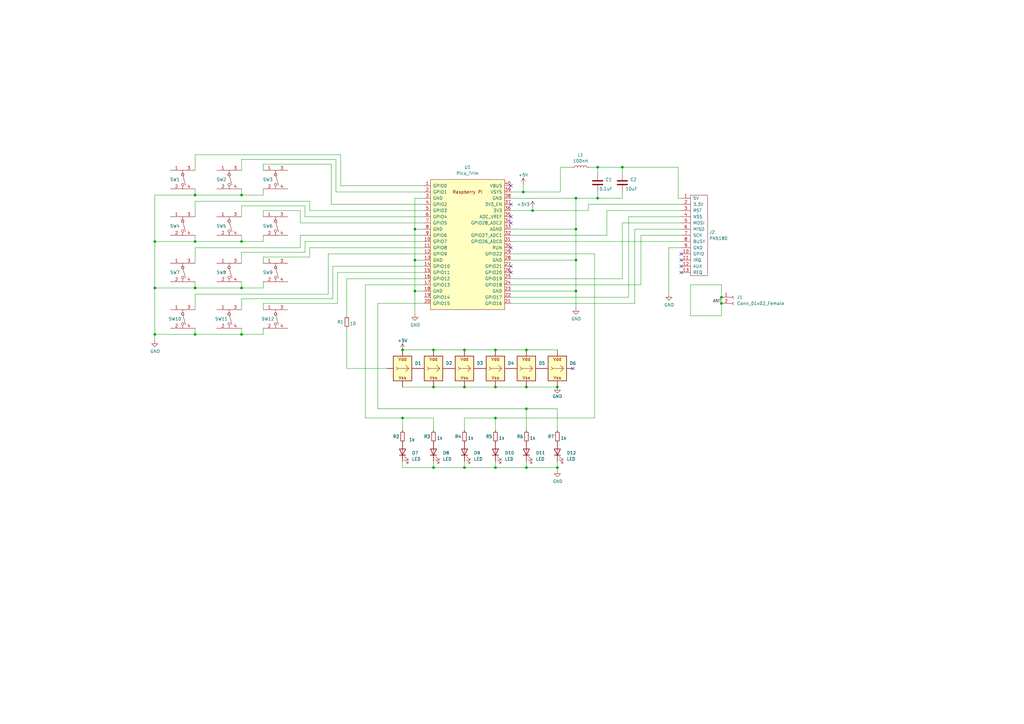
<source format=kicad_sch>
(kicad_sch (version 20230121) (generator eeschema)

  (uuid 2e3f5573-c264-4a8b-a2f0-0e6473d39aad)

  (paper "A3")

  (lib_symbols
    (symbol "Connector:Conn_01x02_Female" (pin_names (offset 1.016) hide) (in_bom yes) (on_board yes)
      (property "Reference" "J" (at 0 2.54 0)
        (effects (font (size 1.27 1.27)))
      )
      (property "Value" "Conn_01x02_Female" (at 0 -5.08 0)
        (effects (font (size 1.27 1.27)))
      )
      (property "Footprint" "" (at 0 0 0)
        (effects (font (size 1.27 1.27)) hide)
      )
      (property "Datasheet" "~" (at 0 0 0)
        (effects (font (size 1.27 1.27)) hide)
      )
      (property "ki_keywords" "connector" (at 0 0 0)
        (effects (font (size 1.27 1.27)) hide)
      )
      (property "ki_description" "Generic connector, single row, 01x02, script generated (kicad-library-utils/schlib/autogen/connector/)" (at 0 0 0)
        (effects (font (size 1.27 1.27)) hide)
      )
      (property "ki_fp_filters" "Connector*:*_1x??_*" (at 0 0 0)
        (effects (font (size 1.27 1.27)) hide)
      )
      (symbol "Conn_01x02_Female_1_1"
        (arc (start 0 -2.032) (mid -0.5058 -2.54) (end 0 -3.048)
          (stroke (width 0.1524) (type default))
          (fill (type none))
        )
        (polyline
          (pts
            (xy -1.27 -2.54)
            (xy -0.508 -2.54)
          )
          (stroke (width 0.1524) (type default))
          (fill (type none))
        )
        (polyline
          (pts
            (xy -1.27 0)
            (xy -0.508 0)
          )
          (stroke (width 0.1524) (type default))
          (fill (type none))
        )
        (arc (start 0 0.508) (mid -0.5058 0) (end 0 -0.508)
          (stroke (width 0.1524) (type default))
          (fill (type none))
        )
        (pin passive line (at -5.08 0 0) (length 3.81)
          (name "Pin_1" (effects (font (size 1.27 1.27))))
          (number "1" (effects (font (size 1.27 1.27))))
        )
        (pin passive line (at -5.08 -2.54 0) (length 3.81)
          (name "Pin_2" (effects (font (size 1.27 1.27))))
          (number "2" (effects (font (size 1.27 1.27))))
        )
      )
    )
    (symbol "Device:C" (pin_numbers hide) (pin_names (offset 0.254)) (in_bom yes) (on_board yes)
      (property "Reference" "C" (at 0.635 2.54 0)
        (effects (font (size 1.27 1.27)) (justify left))
      )
      (property "Value" "C" (at 0.635 -2.54 0)
        (effects (font (size 1.27 1.27)) (justify left))
      )
      (property "Footprint" "" (at 0.9652 -3.81 0)
        (effects (font (size 1.27 1.27)) hide)
      )
      (property "Datasheet" "~" (at 0 0 0)
        (effects (font (size 1.27 1.27)) hide)
      )
      (property "ki_keywords" "cap capacitor" (at 0 0 0)
        (effects (font (size 1.27 1.27)) hide)
      )
      (property "ki_description" "Unpolarized capacitor" (at 0 0 0)
        (effects (font (size 1.27 1.27)) hide)
      )
      (property "ki_fp_filters" "C_*" (at 0 0 0)
        (effects (font (size 1.27 1.27)) hide)
      )
      (symbol "C_0_1"
        (polyline
          (pts
            (xy -2.032 -0.762)
            (xy 2.032 -0.762)
          )
          (stroke (width 0.508) (type default))
          (fill (type none))
        )
        (polyline
          (pts
            (xy -2.032 0.762)
            (xy 2.032 0.762)
          )
          (stroke (width 0.508) (type default))
          (fill (type none))
        )
      )
      (symbol "C_1_1"
        (pin passive line (at 0 3.81 270) (length 2.794)
          (name "~" (effects (font (size 1.27 1.27))))
          (number "1" (effects (font (size 1.27 1.27))))
        )
        (pin passive line (at 0 -3.81 90) (length 2.794)
          (name "~" (effects (font (size 1.27 1.27))))
          (number "2" (effects (font (size 1.27 1.27))))
        )
      )
    )
    (symbol "Device:L" (pin_numbers hide) (pin_names (offset 1.016) hide) (in_bom yes) (on_board yes)
      (property "Reference" "L" (at -1.27 0 90)
        (effects (font (size 1.27 1.27)))
      )
      (property "Value" "L" (at 1.905 0 90)
        (effects (font (size 1.27 1.27)))
      )
      (property "Footprint" "" (at 0 0 0)
        (effects (font (size 1.27 1.27)) hide)
      )
      (property "Datasheet" "~" (at 0 0 0)
        (effects (font (size 1.27 1.27)) hide)
      )
      (property "ki_keywords" "inductor choke coil reactor magnetic" (at 0 0 0)
        (effects (font (size 1.27 1.27)) hide)
      )
      (property "ki_description" "Inductor" (at 0 0 0)
        (effects (font (size 1.27 1.27)) hide)
      )
      (property "ki_fp_filters" "Choke_* *Coil* Inductor_* L_*" (at 0 0 0)
        (effects (font (size 1.27 1.27)) hide)
      )
      (symbol "L_0_1"
        (arc (start 0 -2.54) (mid 0.6323 -1.905) (end 0 -1.27)
          (stroke (width 0) (type default))
          (fill (type none))
        )
        (arc (start 0 -1.27) (mid 0.6323 -0.635) (end 0 0)
          (stroke (width 0) (type default))
          (fill (type none))
        )
        (arc (start 0 0) (mid 0.6323 0.635) (end 0 1.27)
          (stroke (width 0) (type default))
          (fill (type none))
        )
        (arc (start 0 1.27) (mid 0.6323 1.905) (end 0 2.54)
          (stroke (width 0) (type default))
          (fill (type none))
        )
      )
      (symbol "L_1_1"
        (pin passive line (at 0 3.81 270) (length 1.27)
          (name "1" (effects (font (size 1.27 1.27))))
          (number "1" (effects (font (size 1.27 1.27))))
        )
        (pin passive line (at 0 -3.81 90) (length 1.27)
          (name "2" (effects (font (size 1.27 1.27))))
          (number "2" (effects (font (size 1.27 1.27))))
        )
      )
    )
    (symbol "Device:LED" (pin_numbers hide) (pin_names (offset 1.016) hide) (in_bom yes) (on_board yes)
      (property "Reference" "D" (at 0 2.54 0)
        (effects (font (size 1.27 1.27)))
      )
      (property "Value" "LED" (at 0 -2.54 0)
        (effects (font (size 1.27 1.27)))
      )
      (property "Footprint" "" (at 0 0 0)
        (effects (font (size 1.27 1.27)) hide)
      )
      (property "Datasheet" "~" (at 0 0 0)
        (effects (font (size 1.27 1.27)) hide)
      )
      (property "ki_keywords" "LED diode" (at 0 0 0)
        (effects (font (size 1.27 1.27)) hide)
      )
      (property "ki_description" "Light emitting diode" (at 0 0 0)
        (effects (font (size 1.27 1.27)) hide)
      )
      (property "ki_fp_filters" "LED* LED_SMD:* LED_THT:*" (at 0 0 0)
        (effects (font (size 1.27 1.27)) hide)
      )
      (symbol "LED_0_1"
        (polyline
          (pts
            (xy -1.27 -1.27)
            (xy -1.27 1.27)
          )
          (stroke (width 0.254) (type default))
          (fill (type none))
        )
        (polyline
          (pts
            (xy -1.27 0)
            (xy 1.27 0)
          )
          (stroke (width 0) (type default))
          (fill (type none))
        )
        (polyline
          (pts
            (xy 1.27 -1.27)
            (xy 1.27 1.27)
            (xy -1.27 0)
            (xy 1.27 -1.27)
          )
          (stroke (width 0.254) (type default))
          (fill (type none))
        )
        (polyline
          (pts
            (xy -3.048 -0.762)
            (xy -4.572 -2.286)
            (xy -3.81 -2.286)
            (xy -4.572 -2.286)
            (xy -4.572 -1.524)
          )
          (stroke (width 0) (type default))
          (fill (type none))
        )
        (polyline
          (pts
            (xy -1.778 -0.762)
            (xy -3.302 -2.286)
            (xy -2.54 -2.286)
            (xy -3.302 -2.286)
            (xy -3.302 -1.524)
          )
          (stroke (width 0) (type default))
          (fill (type none))
        )
      )
      (symbol "LED_1_1"
        (pin passive line (at -3.81 0 0) (length 2.54)
          (name "K" (effects (font (size 1.27 1.27))))
          (number "1" (effects (font (size 1.27 1.27))))
        )
        (pin passive line (at 3.81 0 180) (length 2.54)
          (name "A" (effects (font (size 1.27 1.27))))
          (number "2" (effects (font (size 1.27 1.27))))
        )
      )
    )
    (symbol "Device:R_Small" (pin_numbers hide) (pin_names (offset 0.254) hide) (in_bom yes) (on_board yes)
      (property "Reference" "R" (at 0.762 0.508 0)
        (effects (font (size 1.27 1.27)) (justify left))
      )
      (property "Value" "R_Small" (at 0.762 -1.016 0)
        (effects (font (size 1.27 1.27)) (justify left))
      )
      (property "Footprint" "" (at 0 0 0)
        (effects (font (size 1.27 1.27)) hide)
      )
      (property "Datasheet" "~" (at 0 0 0)
        (effects (font (size 1.27 1.27)) hide)
      )
      (property "ki_keywords" "R resistor" (at 0 0 0)
        (effects (font (size 1.27 1.27)) hide)
      )
      (property "ki_description" "Resistor, small symbol" (at 0 0 0)
        (effects (font (size 1.27 1.27)) hide)
      )
      (property "ki_fp_filters" "R_*" (at 0 0 0)
        (effects (font (size 1.27 1.27)) hide)
      )
      (symbol "R_Small_0_1"
        (rectangle (start -0.762 1.778) (end 0.762 -1.778)
          (stroke (width 0.2032) (type default))
          (fill (type none))
        )
      )
      (symbol "R_Small_1_1"
        (pin passive line (at 0 2.54 270) (length 0.762)
          (name "~" (effects (font (size 1.27 1.27))))
          (number "1" (effects (font (size 1.27 1.27))))
        )
        (pin passive line (at 0 -2.54 90) (length 0.762)
          (name "~" (effects (font (size 1.27 1.27))))
          (number "2" (effects (font (size 1.27 1.27))))
        )
      )
    )
    (symbol "aic_pico:PN5180" (pin_names (offset 1.016)) (in_bom yes) (on_board yes)
      (property "Reference" "J" (at 0 17.78 0)
        (effects (font (size 1.27 1.27)))
      )
      (property "Value" "PN5180" (at 0 -18.415 0)
        (effects (font (size 1.27 1.27)))
      )
      (property "Footprint" "aic_pico:pn5180_conn" (at 0 -17.145 0)
        (effects (font (size 1.27 1.27)) hide)
      )
      (property "Datasheet" "" (at 0 0 0)
        (effects (font (size 1.27 1.27)) hide)
      )
      (property "ki_keywords" "connector" (at 0 0 0)
        (effects (font (size 1.27 1.27)) hide)
      )
      (property "ki_description" "Generic connector, single row, 01x13, script generated" (at 0 0 0)
        (effects (font (size 1.27 1.27)) hide)
      )
      (property "ki_fp_filters" "Connector*:*_1x??_*" (at 0 0 0)
        (effects (font (size 1.27 1.27)) hide)
      )
      (symbol "PN5180_1_1"
        (rectangle (start -1.27 16.51) (end 5.715 -16.51)
          (stroke (width 0) (type default))
          (fill (type none))
        )
        (pin power_in line (at -5.08 15.24 0) (length 3.81)
          (name "5V" (effects (font (size 1.27 1.27))))
          (number "1" (effects (font (size 1.27 1.27))))
        )
        (pin bidirectional line (at -5.08 -7.62 0) (length 3.81)
          (name "GPIO" (effects (font (size 1.27 1.27))))
          (number "10" (effects (font (size 1.27 1.27))))
        )
        (pin output line (at -5.08 -10.16 0) (length 3.81)
          (name "IRQ" (effects (font (size 1.27 1.27))))
          (number "11" (effects (font (size 1.27 1.27))))
        )
        (pin bidirectional line (at -5.08 -12.7 0) (length 3.81)
          (name "AUX" (effects (font (size 1.27 1.27))))
          (number "12" (effects (font (size 1.27 1.27))))
        )
        (pin bidirectional line (at -5.08 -15.24 0) (length 3.81)
          (name "REQ" (effects (font (size 1.27 1.27))))
          (number "13" (effects (font (size 1.27 1.27))))
        )
        (pin power_in line (at -5.08 12.7 0) (length 3.81)
          (name "3.3V" (effects (font (size 1.27 1.27))))
          (number "2" (effects (font (size 1.27 1.27))))
        )
        (pin input line (at -5.08 10.16 0) (length 3.81)
          (name "RST" (effects (font (size 1.27 1.27))))
          (number "3" (effects (font (size 1.27 1.27))))
        )
        (pin input line (at -5.08 7.62 0) (length 3.81)
          (name "NSS" (effects (font (size 1.27 1.27))))
          (number "4" (effects (font (size 1.27 1.27))))
        )
        (pin input line (at -5.08 5.08 0) (length 3.81)
          (name "MOSI" (effects (font (size 1.27 1.27))))
          (number "5" (effects (font (size 1.27 1.27))))
        )
        (pin output line (at -5.08 2.54 0) (length 3.81)
          (name "MISO" (effects (font (size 1.27 1.27))))
          (number "6" (effects (font (size 1.27 1.27))))
        )
        (pin input line (at -5.08 0 0) (length 3.81)
          (name "SCK" (effects (font (size 1.27 1.27))))
          (number "7" (effects (font (size 1.27 1.27))))
        )
        (pin output line (at -5.08 -2.54 0) (length 3.81)
          (name "BUSY" (effects (font (size 1.27 1.27))))
          (number "8" (effects (font (size 1.27 1.27))))
        )
        (pin power_in line (at -5.08 -5.08 0) (length 3.81)
          (name "GND" (effects (font (size 1.27 1.27))))
          (number "9" (effects (font (size 1.27 1.27))))
        )
      )
    )
    (symbol "aic_pico:Pico_Trim" (pin_names (offset 1.016)) (in_bom yes) (on_board yes)
      (property "Reference" "U" (at -13.97 27.94 0)
        (effects (font (size 1.27 1.27)))
      )
      (property "Value" "Pico_Trim" (at 0 19.05 0)
        (effects (font (size 1.27 1.27)))
      )
      (property "Footprint" "aic_pico:RPi_Pico_SMD_No_USB" (at 0 0 90)
        (effects (font (size 1.27 1.27)) hide)
      )
      (property "Datasheet" "" (at 0 0 0)
        (effects (font (size 1.27 1.27)) hide)
      )
      (symbol "Pico_Trim_0_0"
        (text "Raspberry Pi" (at 0 21.59 0)
          (effects (font (size 1.27 1.27)))
        )
      )
      (symbol "Pico_Trim_0_1"
        (rectangle (start -15.24 26.67) (end 15.24 -26.67)
          (stroke (width 0) (type default))
          (fill (type background))
        )
      )
      (symbol "Pico_Trim_1_1"
        (pin bidirectional line (at -17.78 24.13 0) (length 2.54)
          (name "GPIO0" (effects (font (size 1.27 1.27))))
          (number "1" (effects (font (size 1.27 1.27))))
        )
        (pin bidirectional line (at -17.78 1.27 0) (length 2.54)
          (name "GPIO7" (effects (font (size 1.27 1.27))))
          (number "10" (effects (font (size 1.27 1.27))))
        )
        (pin bidirectional line (at -17.78 -1.27 0) (length 2.54)
          (name "GPIO8" (effects (font (size 1.27 1.27))))
          (number "11" (effects (font (size 1.27 1.27))))
        )
        (pin bidirectional line (at -17.78 -3.81 0) (length 2.54)
          (name "GPIO9" (effects (font (size 1.27 1.27))))
          (number "12" (effects (font (size 1.27 1.27))))
        )
        (pin power_in line (at -17.78 -6.35 0) (length 2.54)
          (name "GND" (effects (font (size 1.27 1.27))))
          (number "13" (effects (font (size 1.27 1.27))))
        )
        (pin bidirectional line (at -17.78 -8.89 0) (length 2.54)
          (name "GPIO10" (effects (font (size 1.27 1.27))))
          (number "14" (effects (font (size 1.27 1.27))))
        )
        (pin bidirectional line (at -17.78 -11.43 0) (length 2.54)
          (name "GPIO11" (effects (font (size 1.27 1.27))))
          (number "15" (effects (font (size 1.27 1.27))))
        )
        (pin bidirectional line (at -17.78 -13.97 0) (length 2.54)
          (name "GPIO12" (effects (font (size 1.27 1.27))))
          (number "16" (effects (font (size 1.27 1.27))))
        )
        (pin bidirectional line (at -17.78 -16.51 0) (length 2.54)
          (name "GPIO13" (effects (font (size 1.27 1.27))))
          (number "17" (effects (font (size 1.27 1.27))))
        )
        (pin power_in line (at -17.78 -19.05 0) (length 2.54)
          (name "GND" (effects (font (size 1.27 1.27))))
          (number "18" (effects (font (size 1.27 1.27))))
        )
        (pin bidirectional line (at -17.78 -21.59 0) (length 2.54)
          (name "GPIO14" (effects (font (size 1.27 1.27))))
          (number "19" (effects (font (size 1.27 1.27))))
        )
        (pin bidirectional line (at -17.78 21.59 0) (length 2.54)
          (name "GPIO1" (effects (font (size 1.27 1.27))))
          (number "2" (effects (font (size 1.27 1.27))))
        )
        (pin bidirectional line (at -17.78 -24.13 0) (length 2.54)
          (name "GPIO15" (effects (font (size 1.27 1.27))))
          (number "20" (effects (font (size 1.27 1.27))))
        )
        (pin bidirectional line (at 17.78 -24.13 180) (length 2.54)
          (name "GPIO16" (effects (font (size 1.27 1.27))))
          (number "21" (effects (font (size 1.27 1.27))))
        )
        (pin bidirectional line (at 17.78 -21.59 180) (length 2.54)
          (name "GPIO17" (effects (font (size 1.27 1.27))))
          (number "22" (effects (font (size 1.27 1.27))))
        )
        (pin power_in line (at 17.78 -19.05 180) (length 2.54)
          (name "GND" (effects (font (size 1.27 1.27))))
          (number "23" (effects (font (size 1.27 1.27))))
        )
        (pin bidirectional line (at 17.78 -16.51 180) (length 2.54)
          (name "GPIO18" (effects (font (size 1.27 1.27))))
          (number "24" (effects (font (size 1.27 1.27))))
        )
        (pin bidirectional line (at 17.78 -13.97 180) (length 2.54)
          (name "GPIO19" (effects (font (size 1.27 1.27))))
          (number "25" (effects (font (size 1.27 1.27))))
        )
        (pin bidirectional line (at 17.78 -11.43 180) (length 2.54)
          (name "GPIO20" (effects (font (size 1.27 1.27))))
          (number "26" (effects (font (size 1.27 1.27))))
        )
        (pin bidirectional line (at 17.78 -8.89 180) (length 2.54)
          (name "GPIO21" (effects (font (size 1.27 1.27))))
          (number "27" (effects (font (size 1.27 1.27))))
        )
        (pin power_in line (at 17.78 -6.35 180) (length 2.54)
          (name "GND" (effects (font (size 1.27 1.27))))
          (number "28" (effects (font (size 1.27 1.27))))
        )
        (pin bidirectional line (at 17.78 -3.81 180) (length 2.54)
          (name "GPIO22" (effects (font (size 1.27 1.27))))
          (number "29" (effects (font (size 1.27 1.27))))
        )
        (pin power_in line (at -17.78 19.05 0) (length 2.54)
          (name "GND" (effects (font (size 1.27 1.27))))
          (number "3" (effects (font (size 1.27 1.27))))
        )
        (pin input line (at 17.78 -1.27 180) (length 2.54)
          (name "RUN" (effects (font (size 1.27 1.27))))
          (number "30" (effects (font (size 1.27 1.27))))
        )
        (pin bidirectional line (at 17.78 1.27 180) (length 2.54)
          (name "GPIO26_ADC0" (effects (font (size 1.27 1.27))))
          (number "31" (effects (font (size 1.27 1.27))))
        )
        (pin bidirectional line (at 17.78 3.81 180) (length 2.54)
          (name "GPIO27_ADC1" (effects (font (size 1.27 1.27))))
          (number "32" (effects (font (size 1.27 1.27))))
        )
        (pin power_in line (at 17.78 6.35 180) (length 2.54)
          (name "AGND" (effects (font (size 1.27 1.27))))
          (number "33" (effects (font (size 1.27 1.27))))
        )
        (pin bidirectional line (at 17.78 8.89 180) (length 2.54)
          (name "GPIO28_ADC2" (effects (font (size 1.27 1.27))))
          (number "34" (effects (font (size 1.27 1.27))))
        )
        (pin unspecified line (at 17.78 11.43 180) (length 2.54)
          (name "ADC_VREF" (effects (font (size 1.27 1.27))))
          (number "35" (effects (font (size 1.27 1.27))))
        )
        (pin unspecified line (at 17.78 13.97 180) (length 2.54)
          (name "3V3" (effects (font (size 1.27 1.27))))
          (number "36" (effects (font (size 1.27 1.27))))
        )
        (pin input line (at 17.78 16.51 180) (length 2.54)
          (name "3V3_EN" (effects (font (size 1.27 1.27))))
          (number "37" (effects (font (size 1.27 1.27))))
        )
        (pin bidirectional line (at 17.78 19.05 180) (length 2.54)
          (name "GND" (effects (font (size 1.27 1.27))))
          (number "38" (effects (font (size 1.27 1.27))))
        )
        (pin unspecified line (at 17.78 21.59 180) (length 2.54)
          (name "VSYS" (effects (font (size 1.27 1.27))))
          (number "39" (effects (font (size 1.27 1.27))))
        )
        (pin bidirectional line (at -17.78 16.51 0) (length 2.54)
          (name "GPIO2" (effects (font (size 1.27 1.27))))
          (number "4" (effects (font (size 1.27 1.27))))
        )
        (pin unspecified line (at 17.78 24.13 180) (length 2.54)
          (name "VBUS" (effects (font (size 1.27 1.27))))
          (number "40" (effects (font (size 1.27 1.27))))
        )
        (pin bidirectional line (at -17.78 13.97 0) (length 2.54)
          (name "GPIO3" (effects (font (size 1.27 1.27))))
          (number "5" (effects (font (size 1.27 1.27))))
        )
        (pin bidirectional line (at -17.78 11.43 0) (length 2.54)
          (name "GPIO4" (effects (font (size 1.27 1.27))))
          (number "6" (effects (font (size 1.27 1.27))))
        )
        (pin bidirectional line (at -17.78 8.89 0) (length 2.54)
          (name "GPIO5" (effects (font (size 1.27 1.27))))
          (number "7" (effects (font (size 1.27 1.27))))
        )
        (pin power_in line (at -17.78 6.35 0) (length 2.54)
          (name "GND" (effects (font (size 1.27 1.27))))
          (number "8" (effects (font (size 1.27 1.27))))
        )
        (pin bidirectional line (at -17.78 3.81 0) (length 2.54)
          (name "GPIO6" (effects (font (size 1.27 1.27))))
          (number "9" (effects (font (size 1.27 1.27))))
        )
      )
    )
    (symbol "aic_pico:SKRR_4pin" (pin_names (offset 0) hide) (in_bom yes) (on_board yes)
      (property "Reference" "SW?" (at -0.635 -7.62 0)
        (effects (font (size 1.27 1.27)))
      )
      (property "Value" "SKRR_4pin" (at -0.635 6.35 0)
        (effects (font (size 1.27 1.27)) hide)
      )
      (property "Footprint" "" (at 15.24 -1.905 90)
        (effects (font (size 1.27 1.27)) hide)
      )
      (property "Datasheet" "" (at 0 0 90)
        (effects (font (size 1.27 1.27)) hide)
      )
      (property "LCSC" "" (at 0 0 0)
        (effects (font (size 1.27 1.27)) hide)
      )
      (property "ki_keywords" "dip switch" (at 0 0 0)
        (effects (font (size 1.27 1.27)) hide)
      )
      (property "ki_description" "1x DIP Switch, Single Pole Single Throw (SPST) switch, small symbol" (at 0 0 0)
        (effects (font (size 1.27 1.27)) hide)
      )
      (property "ki_fp_filters" "SW?DIP?x1*" (at 0 0 0)
        (effects (font (size 1.27 1.27)) hide)
      )
      (symbol "SKRR_4pin_0_0"
        (circle (center 0 -2.032) (radius 0.508)
          (stroke (width 0) (type default))
          (fill (type none))
        )
        (polyline
          (pts
            (xy 0.127 1.524)
            (xy 1.1684 -2.3622)
          )
          (stroke (width 0) (type default))
          (fill (type none))
        )
        (circle (center 0 2.032) (radius 0.508)
          (stroke (width 0) (type default))
          (fill (type none))
        )
        (circle (center 0 2.032) (radius 0.508)
          (stroke (width 0) (type default))
          (fill (type none))
        )
      )
      (symbol "SKRR_4pin_0_1"
        (polyline
          (pts
            (xy 0 -2.54)
            (xy 0 -3.81)
          )
          (stroke (width 0) (type default))
          (fill (type none))
        )
        (polyline
          (pts
            (xy 0 3.81)
            (xy 0 2.54)
          )
          (stroke (width 0) (type default))
          (fill (type none))
        )
      )
      (symbol "SKRR_4pin_1_1"
        (pin passive line (at -5.08 3.81 0) (length 5.08)
          (name "~" (effects (font (size 1.27 1.27))))
          (number "1" (effects (font (size 1.27 1.27))))
        )
        (pin passive line (at -5.08 -3.81 0) (length 5.08)
          (name "~" (effects (font (size 1.27 1.27))))
          (number "2" (effects (font (size 1.27 1.27))))
        )
        (pin passive line (at 5.08 3.81 180) (length 5.08)
          (name "~" (effects (font (size 1.27 1.27))))
          (number "3" (effects (font (size 1.27 1.27))))
        )
        (pin passive line (at 5.08 -3.81 180) (length 5.08)
          (name "~" (effects (font (size 1.27 1.27))))
          (number "4" (effects (font (size 1.27 1.27))))
        )
      )
    )
    (symbol "aic_pico:WS2812B_Unified" (pin_numbers hide) (pin_names (offset 0.254) hide) (in_bom yes) (on_board yes)
      (property "Reference" "D10" (at 2.54 6.35 0)
        (effects (font (size 1.27 1.27)))
      )
      (property "Value" "WS2812B_Unified" (at 15.24 1.7907 0)
        (effects (font (size 1.27 1.27)) hide)
      )
      (property "Footprint" "iidx_pico:WS2812B-2835" (at 1.27 -7.62 0)
        (effects (font (size 1.27 1.27)) (justify left top) hide)
      )
      (property "Datasheet" "" (at 2.54 -9.525 0)
        (effects (font (size 1.27 1.27)) (justify left top) hide)
      )
      (property "ki_keywords" "RGB LED NeoPixel addressable" (at 0 0 0)
        (effects (font (size 1.27 1.27)) hide)
      )
      (property "ki_description" "RGB LED with integrated controller" (at 0 0 0)
        (effects (font (size 1.27 1.27)) hide)
      )
      (property "ki_fp_filters" "LED*WS2812" (at 0 0 0)
        (effects (font (size 1.27 1.27)) hide)
      )
      (symbol "WS2812B_Unified_0_0"
        (polyline
          (pts
            (xy -1.905 0)
            (xy 2.54 0)
            (xy 1.27 1.27)
          )
          (stroke (width 0) (type default))
          (fill (type none))
        )
        (text "Vdd" (at 0 3.81 0)
          (effects (font (size 1.27 1.27)))
        )
        (text "Vss" (at 0 -3.81 0)
          (effects (font (size 1.27 1.27)))
        )
      )
      (symbol "WS2812B_Unified_0_1"
        (rectangle (start -3.81 5.08) (end 3.81 -5.08)
          (stroke (width 0.254) (type default))
          (fill (type background))
        )
        (polyline
          (pts
            (xy 1.27 -1.27)
            (xy 2.54 0)
          )
          (stroke (width 0) (type default))
          (fill (type none))
        )
        (polyline
          (pts
            (xy -2.54 0.635)
            (xy -1.905 0)
            (xy -2.54 -0.635)
          )
          (stroke (width 0) (type default))
          (fill (type none))
        )
      )
      (symbol "WS2812B_Unified_1_1"
        (pin power_in line (at 0 -7.62 90) (length 2.54)
          (name "VSS" (effects (font (size 1.27 1.27))))
          (number "G" (effects (font (size 1.27 1.27))))
        )
        (pin input line (at -6.35 0 0) (length 2.54)
          (name "In" (effects (font (size 1.27 1.27))))
          (number "I" (effects (font (size 1.27 1.27))))
        )
        (pin output line (at 6.35 0 180) (length 2.54)
          (name "Out" (effects (font (size 1.27 1.27))))
          (number "O" (effects (font (size 1.27 1.27))))
        )
        (pin power_in line (at 0 7.62 270) (length 2.54)
          (name "VDD" (effects (font (size 1.27 1.27))))
          (number "V" (effects (font (size 1.27 1.27))))
        )
      )
    )
    (symbol "power:+3V3" (power) (pin_names (offset 0)) (in_bom yes) (on_board yes)
      (property "Reference" "#PWR" (at 0 -3.81 0)
        (effects (font (size 1.27 1.27)) hide)
      )
      (property "Value" "+3V3" (at 0 3.556 0)
        (effects (font (size 1.27 1.27)))
      )
      (property "Footprint" "" (at 0 0 0)
        (effects (font (size 1.27 1.27)) hide)
      )
      (property "Datasheet" "" (at 0 0 0)
        (effects (font (size 1.27 1.27)) hide)
      )
      (property "ki_keywords" "power-flag" (at 0 0 0)
        (effects (font (size 1.27 1.27)) hide)
      )
      (property "ki_description" "Power symbol creates a global label with name \"+3V3\"" (at 0 0 0)
        (effects (font (size 1.27 1.27)) hide)
      )
      (symbol "+3V3_0_1"
        (polyline
          (pts
            (xy -0.762 1.27)
            (xy 0 2.54)
          )
          (stroke (width 0) (type default))
          (fill (type none))
        )
        (polyline
          (pts
            (xy 0 0)
            (xy 0 2.54)
          )
          (stroke (width 0) (type default))
          (fill (type none))
        )
        (polyline
          (pts
            (xy 0 2.54)
            (xy 0.762 1.27)
          )
          (stroke (width 0) (type default))
          (fill (type none))
        )
      )
      (symbol "+3V3_1_1"
        (pin power_in line (at 0 0 90) (length 0) hide
          (name "+3V3" (effects (font (size 1.27 1.27))))
          (number "1" (effects (font (size 1.27 1.27))))
        )
      )
    )
    (symbol "power:+5V" (power) (pin_names (offset 0)) (in_bom yes) (on_board yes)
      (property "Reference" "#PWR" (at 0 -3.81 0)
        (effects (font (size 1.27 1.27)) hide)
      )
      (property "Value" "+5V" (at 0 3.556 0)
        (effects (font (size 1.27 1.27)))
      )
      (property "Footprint" "" (at 0 0 0)
        (effects (font (size 1.27 1.27)) hide)
      )
      (property "Datasheet" "" (at 0 0 0)
        (effects (font (size 1.27 1.27)) hide)
      )
      (property "ki_keywords" "power-flag" (at 0 0 0)
        (effects (font (size 1.27 1.27)) hide)
      )
      (property "ki_description" "Power symbol creates a global label with name \"+5V\"" (at 0 0 0)
        (effects (font (size 1.27 1.27)) hide)
      )
      (symbol "+5V_0_1"
        (polyline
          (pts
            (xy -0.762 1.27)
            (xy 0 2.54)
          )
          (stroke (width 0) (type default))
          (fill (type none))
        )
        (polyline
          (pts
            (xy 0 0)
            (xy 0 2.54)
          )
          (stroke (width 0) (type default))
          (fill (type none))
        )
        (polyline
          (pts
            (xy 0 2.54)
            (xy 0.762 1.27)
          )
          (stroke (width 0) (type default))
          (fill (type none))
        )
      )
      (symbol "+5V_1_1"
        (pin power_in line (at 0 0 90) (length 0) hide
          (name "+5V" (effects (font (size 1.27 1.27))))
          (number "1" (effects (font (size 1.27 1.27))))
        )
      )
    )
    (symbol "power:GND" (power) (pin_names (offset 0)) (in_bom yes) (on_board yes)
      (property "Reference" "#PWR" (at 0 -6.35 0)
        (effects (font (size 1.27 1.27)) hide)
      )
      (property "Value" "GND" (at 0 -3.81 0)
        (effects (font (size 1.27 1.27)))
      )
      (property "Footprint" "" (at 0 0 0)
        (effects (font (size 1.27 1.27)) hide)
      )
      (property "Datasheet" "" (at 0 0 0)
        (effects (font (size 1.27 1.27)) hide)
      )
      (property "ki_keywords" "power-flag" (at 0 0 0)
        (effects (font (size 1.27 1.27)) hide)
      )
      (property "ki_description" "Power symbol creates a global label with name \"GND\" , ground" (at 0 0 0)
        (effects (font (size 1.27 1.27)) hide)
      )
      (symbol "GND_0_1"
        (polyline
          (pts
            (xy 0 0)
            (xy 0 -1.27)
            (xy 1.27 -1.27)
            (xy 0 -2.54)
            (xy -1.27 -1.27)
            (xy 0 -1.27)
          )
          (stroke (width 0) (type default))
          (fill (type none))
        )
      )
      (symbol "GND_1_1"
        (pin power_in line (at 0 0 270) (length 0) hide
          (name "GND" (effects (font (size 1.27 1.27))))
          (number "1" (effects (font (size 1.27 1.27))))
        )
      )
    )
  )

  (junction (at 80.01 118.11) (diameter 0) (color 0 0 0 0)
    (uuid 09517957-fe4d-4749-a6ab-0b6eeb493a83)
  )
  (junction (at 63.5 118.11) (diameter 0) (color 0 0 0 0)
    (uuid 0e44a8c1-d178-411e-804c-93b29df6c2cb)
  )
  (junction (at 236.22 81.28) (diameter 0) (color 0 0 0 0)
    (uuid 107b1ab0-f5d2-4bca-a1de-cdcff5031b3f)
  )
  (junction (at 177.8 158.75) (diameter 0) (color 0 0 0 0)
    (uuid 1535672b-00bd-4f01-b5f6-6c89487baad7)
  )
  (junction (at 215.9 143.51) (diameter 0) (color 0 0 0 0)
    (uuid 26448785-d6dc-4007-a201-81d140779ec5)
  )
  (junction (at 190.5 143.51) (diameter 0) (color 0 0 0 0)
    (uuid 264684aa-feba-4b81-adea-cb023c8c69d5)
  )
  (junction (at 80.01 137.16) (diameter 0) (color 0 0 0 0)
    (uuid 2bc936c2-3b72-4459-93bb-4730cbf7e9de)
  )
  (junction (at 245.11 68.58) (diameter 0) (color 0 0 0 0)
    (uuid 2fdcc9cc-2068-45b3-b119-2ca4a9c085bc)
  )
  (junction (at 190.5 158.75) (diameter 0) (color 0 0 0 0)
    (uuid 307b47b3-1ef1-480d-8c2d-2ffcb1fdcdc2)
  )
  (junction (at 177.8 143.51) (diameter 0) (color 0 0 0 0)
    (uuid 416e621e-c1e9-4b5a-a420-6c5b2cb432b5)
  )
  (junction (at 215.9 167.64) (diameter 0) (color 0 0 0 0)
    (uuid 45d3524e-4e68-409c-89d9-23aecde301ae)
  )
  (junction (at 203.2 158.75) (diameter 0) (color 0 0 0 0)
    (uuid 4d02e5f1-05e6-4474-a6f7-a3866e145eab)
  )
  (junction (at 165.1 143.51) (diameter 0) (color 0 0 0 0)
    (uuid 5a771f0e-90db-42f5-bbb7-c78542f642aa)
  )
  (junction (at 170.18 119.38) (diameter 0) (color 0 0 0 0)
    (uuid 5da908a0-a166-430f-b8d6-3b2ec8444c35)
  )
  (junction (at 165.1 171.45) (diameter 0) (color 0 0 0 0)
    (uuid 5dc6316b-2d09-4b62-9c2d-9d1b85a24df5)
  )
  (junction (at 214.63 78.74) (diameter 0) (color 0 0 0 0)
    (uuid 5e6c0f09-4c26-4a97-862d-d07f26f57217)
  )
  (junction (at 63.5 99.06) (diameter 0) (color 0 0 0 0)
    (uuid 68027236-d7dd-4285-a24a-169b89334b59)
  )
  (junction (at 218.44 86.36) (diameter 0) (color 0 0 0 0)
    (uuid 686e90fd-231c-4609-97ac-0d21140c846a)
  )
  (junction (at 228.6 158.75) (diameter 0) (color 0 0 0 0)
    (uuid 716ff7f6-a7b7-4255-80ba-034d7f03f119)
  )
  (junction (at 99.06 99.06) (diameter 0) (color 0 0 0 0)
    (uuid 75b4b736-6251-4cf2-93a4-fd3e6350f1d4)
  )
  (junction (at 80.01 80.01) (diameter 0) (color 0 0 0 0)
    (uuid 76787498-7e58-47a4-ab10-9469ec7a2ebd)
  )
  (junction (at 99.06 118.11) (diameter 0) (color 0 0 0 0)
    (uuid 770c67a8-8e14-4eca-bf4a-d52f3badf6be)
  )
  (junction (at 99.06 137.16) (diameter 0) (color 0 0 0 0)
    (uuid 8f7662f1-7726-4fb8-9b44-cace9d34edcd)
  )
  (junction (at 63.5 137.16) (diameter 0) (color 0 0 0 0)
    (uuid 928abc17-5850-47c8-a2f3-0557f8206421)
  )
  (junction (at 203.2 143.51) (diameter 0) (color 0 0 0 0)
    (uuid 941ccbb3-6ecf-4dfe-9a14-a585de4ff137)
  )
  (junction (at 245.11 81.28) (diameter 0) (color 0 0 0 0)
    (uuid 98ed3037-d7dd-4434-8e32-92023e997856)
  )
  (junction (at 215.9 158.75) (diameter 0) (color 0 0 0 0)
    (uuid 98f45ed8-3359-4049-8b8e-49336e162522)
  )
  (junction (at 215.9 191.77) (diameter 0) (color 0 0 0 0)
    (uuid a1523678-8f80-43e8-b654-43abda604030)
  )
  (junction (at 190.5 191.77) (diameter 0) (color 0 0 0 0)
    (uuid a8117560-8cbf-47d3-987d-be7d25d18e47)
  )
  (junction (at 203.2 191.77) (diameter 0) (color 0 0 0 0)
    (uuid b32561f9-28f4-4307-ab47-be1df219de23)
  )
  (junction (at 170.18 106.68) (diameter 0) (color 0 0 0 0)
    (uuid b6c9967b-f254-4f60-b18f-1bdf657a45ee)
  )
  (junction (at 295.91 121.92) (diameter 0) (color 0 0 0 0)
    (uuid b8b3249a-1330-4dc7-9518-f865d92fefd6)
  )
  (junction (at 203.2 171.45) (diameter 0) (color 0 0 0 0)
    (uuid c7f66034-0ad0-4c27-8a85-3d181fd59d4e)
  )
  (junction (at 170.18 93.98) (diameter 0) (color 0 0 0 0)
    (uuid d1d1050e-598a-46ab-acbe-d4e45528f065)
  )
  (junction (at 99.06 80.01) (diameter 0) (color 0 0 0 0)
    (uuid d2c0fc8b-b2aa-4d8e-adb8-612af88c20b2)
  )
  (junction (at 177.8 191.77) (diameter 0) (color 0 0 0 0)
    (uuid eace4c04-68f2-4313-bf44-fa90d1d753a8)
  )
  (junction (at 236.22 106.68) (diameter 0) (color 0 0 0 0)
    (uuid eb040594-1569-4b81-abeb-13d79c4b83a5)
  )
  (junction (at 236.22 93.98) (diameter 0) (color 0 0 0 0)
    (uuid eb6cccb9-dd9d-439e-b15a-f5c4ad573581)
  )
  (junction (at 228.6 191.77) (diameter 0) (color 0 0 0 0)
    (uuid f1a87dcf-0d01-4f3d-8cb6-54bfe5d07cdd)
  )
  (junction (at 295.91 124.46) (diameter 0) (color 0 0 0 0)
    (uuid f447bbaa-3251-493f-b974-3e55f57bf618)
  )
  (junction (at 236.22 119.38) (diameter 0) (color 0 0 0 0)
    (uuid fb54ca38-cbd4-415f-87ee-b5e4215fbba8)
  )
  (junction (at 255.27 68.58) (diameter 0) (color 0 0 0 0)
    (uuid fc04b151-f929-4346-819a-c67950779e52)
  )
  (junction (at 80.01 99.06) (diameter 0) (color 0 0 0 0)
    (uuid ff976ad6-38b2-45ee-9bc6-bc2bad64b1c7)
  )

  (no_connect (at 209.55 76.2) (uuid 00fdf8bf-0f89-49dc-a7f5-201b82067d0d))
  (no_connect (at 279.4 106.68) (uuid 27131769-043e-4002-a458-720fec6bd055))
  (no_connect (at 279.4 109.22) (uuid 40c186fe-de5d-436a-a0b6-db6698290ac0))
  (no_connect (at 209.55 101.6) (uuid 490ed4ff-9da7-4951-bd46-3715875e8850))
  (no_connect (at 209.55 83.82) (uuid 490ed4ff-9da7-4951-bd46-3715875e8856))
  (no_connect (at 209.55 88.9) (uuid 490ed4ff-9da7-4951-bd46-3715875e8858))
  (no_connect (at 209.55 91.44) (uuid 4fd199c4-5de5-42fd-82e8-5266094a993d))
  (no_connect (at 234.95 151.13) (uuid 58ffe2e7-e3e3-49cc-9161-310b712decd8))
  (no_connect (at 209.55 111.76) (uuid 5c2c7e92-ce5e-4593-9504-fd7cfb62932c))
  (no_connect (at 209.55 109.22) (uuid 684397f7-216b-4379-87f0-d93a719841d2))
  (no_connect (at 279.4 104.14) (uuid c7a3d5d7-f91e-4c05-bd6f-4028f4e02b41))
  (no_connect (at 279.4 111.76) (uuid e5f413f5-26df-4ac3-b8cf-44e3c70ef5a9))

  (wire (pts (xy 138.43 111.76) (xy 138.43 124.46))
    (stroke (width 0) (type default))
    (uuid 0082d328-ca12-4b34-a511-5d4d36854f27)
  )
  (wire (pts (xy 99.06 122.555) (xy 99.06 127))
    (stroke (width 0) (type default))
    (uuid 013f2e56-85a7-4a05-97e4-96c438343fa7)
  )
  (wire (pts (xy 241.3 83.82) (xy 279.4 83.82))
    (stroke (width 0) (type default))
    (uuid 017bb6c2-a5a5-45ad-b6a8-016561f67002)
  )
  (wire (pts (xy 262.89 96.52) (xy 279.4 96.52))
    (stroke (width 0) (type default))
    (uuid 05318c79-b84f-4bb3-b72b-3d46db2442ae)
  )
  (wire (pts (xy 134.62 120.65) (xy 80.01 120.65))
    (stroke (width 0) (type default))
    (uuid 0566ddf5-334f-4cb9-8334-f8ba385fd18b)
  )
  (wire (pts (xy 209.55 86.36) (xy 218.44 86.36))
    (stroke (width 0) (type default))
    (uuid 05df71de-724c-4632-8c41-7288fe19d044)
  )
  (wire (pts (xy 209.55 114.3) (xy 255.27 114.3))
    (stroke (width 0) (type default))
    (uuid 05ea8712-6b49-4d0e-9c87-baae3b2c0196)
  )
  (wire (pts (xy 255.27 68.58) (xy 278.13 68.58))
    (stroke (width 0) (type default))
    (uuid 0613a9e4-d91a-4d7d-b069-94454ee19840)
  )
  (wire (pts (xy 228.6 189.23) (xy 228.6 191.77))
    (stroke (width 0) (type default))
    (uuid 061b3ba9-367a-4ce0-a934-4859c3283ecb)
  )
  (wire (pts (xy 63.5 80.01) (xy 80.01 80.01))
    (stroke (width 0) (type default))
    (uuid 061bf492-3b01-44c6-96bd-452161ec3b45)
  )
  (wire (pts (xy 170.18 81.28) (xy 170.18 93.98))
    (stroke (width 0) (type default))
    (uuid 061ed33a-c368-4e83-8119-e3222027301e)
  )
  (wire (pts (xy 165.1 191.77) (xy 177.8 191.77))
    (stroke (width 0) (type default))
    (uuid 08abbc7b-9e3c-421d-aa0b-6361a16fc4a4)
  )
  (wire (pts (xy 209.55 119.38) (xy 236.22 119.38))
    (stroke (width 0) (type default))
    (uuid 113a5723-b992-4056-9a1e-c806d23524a5)
  )
  (wire (pts (xy 125.095 103.505) (xy 99.06 103.505))
    (stroke (width 0) (type default))
    (uuid 114283ac-49f3-4cb0-b403-ed0519da9b47)
  )
  (wire (pts (xy 243.84 171.45) (xy 243.84 104.14))
    (stroke (width 0) (type default))
    (uuid 12528e47-ad2a-4aa8-ba58-1189b06bfd1c)
  )
  (wire (pts (xy 203.2 171.45) (xy 203.2 176.53))
    (stroke (width 0) (type default))
    (uuid 14dfea36-77ce-41c9-90f3-68d9e68db4dd)
  )
  (wire (pts (xy 190.5 189.23) (xy 190.5 191.77))
    (stroke (width 0) (type default))
    (uuid 155b7bf5-7e22-433f-b394-ff0884a3864e)
  )
  (wire (pts (xy 165.1 158.75) (xy 177.8 158.75))
    (stroke (width 0) (type default))
    (uuid 1643bb34-f4be-468c-ac34-5f15764e1f05)
  )
  (wire (pts (xy 243.84 104.14) (xy 209.55 104.14))
    (stroke (width 0) (type default))
    (uuid 1af7d51d-cc55-4de8-88cb-96b0fe08b4b0)
  )
  (wire (pts (xy 107.95 134.62) (xy 107.95 137.16))
    (stroke (width 0) (type default))
    (uuid 1bbe4af3-921d-42f7-90b6-15ce74c84818)
  )
  (wire (pts (xy 236.22 81.28) (xy 236.22 93.98))
    (stroke (width 0) (type default))
    (uuid 1d1a95b4-7da5-48cb-ae78-f0d88b02ccc0)
  )
  (wire (pts (xy 99.06 118.11) (xy 80.01 118.11))
    (stroke (width 0) (type default))
    (uuid 1d4b3749-5b7c-41b4-96e5-51a6cb4d958d)
  )
  (wire (pts (xy 245.11 71.12) (xy 245.11 68.58))
    (stroke (width 0) (type default))
    (uuid 20e74273-be72-47cd-b2c1-c7c55d9c8f75)
  )
  (wire (pts (xy 80.01 77.47) (xy 80.01 80.01))
    (stroke (width 0) (type default))
    (uuid 2108e068-227a-4a56-a5e1-d8b1765165df)
  )
  (wire (pts (xy 173.99 101.6) (xy 127 101.6))
    (stroke (width 0) (type default))
    (uuid 22704be7-a21e-4adc-8e58-8a6ece8cdacf)
  )
  (wire (pts (xy 209.55 121.92) (xy 257.81 121.92))
    (stroke (width 0) (type default))
    (uuid 2339d0e9-4574-43e7-874c-cdc78f8b646c)
  )
  (wire (pts (xy 190.5 171.45) (xy 203.2 171.45))
    (stroke (width 0) (type default))
    (uuid 241fb39b-4804-4750-a208-146b04ed6100)
  )
  (wire (pts (xy 283.21 129.54) (xy 295.91 129.54))
    (stroke (width 0) (type default))
    (uuid 28c25ed1-489a-4944-94b7-428474ff5385)
  )
  (wire (pts (xy 173.99 109.22) (xy 136.525 109.22))
    (stroke (width 0) (type default))
    (uuid 2d257943-3192-42cc-ab9d-fe7a446499c3)
  )
  (wire (pts (xy 80.01 82.55) (xy 80.01 88.9))
    (stroke (width 0) (type default))
    (uuid 2fb5a952-f5e7-42ec-883f-d846e9e0f177)
  )
  (wire (pts (xy 274.32 101.6) (xy 274.32 120.65))
    (stroke (width 0) (type default))
    (uuid 30ba055f-bc65-4794-b05e-4cee15b061ca)
  )
  (wire (pts (xy 215.9 167.64) (xy 215.9 176.53))
    (stroke (width 0) (type default))
    (uuid 30e2ace9-399c-43f6-93de-804209bf45e6)
  )
  (wire (pts (xy 107.95 107.95) (xy 107.95 105.41))
    (stroke (width 0) (type default))
    (uuid 3df78ec0-10ce-4c04-bc76-1a0fffb584d3)
  )
  (wire (pts (xy 203.2 191.77) (xy 215.9 191.77))
    (stroke (width 0) (type default))
    (uuid 3e095e55-c856-4621-8e8a-721b0e2368cc)
  )
  (wire (pts (xy 190.5 171.45) (xy 190.5 176.53))
    (stroke (width 0) (type default))
    (uuid 4268fd77-5573-4002-87cd-3f1564b5bdec)
  )
  (wire (pts (xy 218.44 86.36) (xy 241.3 86.36))
    (stroke (width 0) (type default))
    (uuid 45f0c82d-5825-49c9-9601-468b70c04197)
  )
  (wire (pts (xy 215.9 158.75) (xy 228.6 158.75))
    (stroke (width 0) (type default))
    (uuid 461584b2-a586-4891-9042-38ae06fe1099)
  )
  (wire (pts (xy 257.81 121.92) (xy 257.81 88.9))
    (stroke (width 0) (type default))
    (uuid 469c3794-ac25-42c7-b65f-0892a6dd6116)
  )
  (wire (pts (xy 173.99 116.84) (xy 149.86 116.84))
    (stroke (width 0) (type default))
    (uuid 46d40dcd-898a-4b4d-87e7-f0e055b43118)
  )
  (wire (pts (xy 137.795 65.405) (xy 99.06 65.405))
    (stroke (width 0) (type default))
    (uuid 484c8258-117c-4224-92ba-b923cdb9d39d)
  )
  (wire (pts (xy 173.99 83.82) (xy 135.89 83.82))
    (stroke (width 0) (type default))
    (uuid 4957e597-79c9-422e-9fff-0939f8fda7d3)
  )
  (wire (pts (xy 170.18 93.98) (xy 170.18 106.68))
    (stroke (width 0) (type default))
    (uuid 4adcfb4d-7d50-4bc3-bc95-b7a633f31cb9)
  )
  (wire (pts (xy 236.22 119.38) (xy 236.22 126.365))
    (stroke (width 0) (type default))
    (uuid 4b45beb2-f05d-4b62-b428-691ed790546f)
  )
  (wire (pts (xy 123.19 96.52) (xy 123.19 101.6))
    (stroke (width 0) (type default))
    (uuid 4b8577d7-2868-47f2-9beb-9b3b99e7ecdf)
  )
  (wire (pts (xy 257.81 88.9) (xy 279.4 88.9))
    (stroke (width 0) (type default))
    (uuid 50f5f5d9-6d84-46a6-af43-59bd3138aa54)
  )
  (wire (pts (xy 80.01 101.6) (xy 80.01 107.95))
    (stroke (width 0) (type default))
    (uuid 56024fd2-4d44-4706-97a9-85a9f2677a45)
  )
  (wire (pts (xy 135.89 83.82) (xy 135.89 67.31))
    (stroke (width 0) (type default))
    (uuid 56651fd9-a74e-47e0-ab44-63f268f15252)
  )
  (wire (pts (xy 149.86 116.84) (xy 149.86 171.45))
    (stroke (width 0) (type default))
    (uuid 58148567-4cd7-4779-aabd-98d76bdb5f67)
  )
  (wire (pts (xy 190.5 158.75) (xy 203.2 158.75))
    (stroke (width 0) (type default))
    (uuid 592adaf4-bb39-45b5-ae6b-56446b5a3205)
  )
  (wire (pts (xy 125.095 84.455) (xy 99.06 84.455))
    (stroke (width 0) (type default))
    (uuid 594a389c-38c9-4017-808d-21a9330ea029)
  )
  (wire (pts (xy 107.95 77.47) (xy 107.95 80.01))
    (stroke (width 0) (type default))
    (uuid 5c81f7a9-d6ba-47d0-b3fd-6debc76d19b1)
  )
  (wire (pts (xy 173.99 86.36) (xy 127 86.36))
    (stroke (width 0) (type default))
    (uuid 5d045ebd-8446-49e5-b5b6-ed67e36a20be)
  )
  (wire (pts (xy 107.95 96.52) (xy 107.95 99.06))
    (stroke (width 0) (type default))
    (uuid 5e0afd39-37e9-42c1-bd6e-0b3bc2376c66)
  )
  (wire (pts (xy 107.95 137.16) (xy 99.06 137.16))
    (stroke (width 0) (type default))
    (uuid 5e779878-3f87-4aca-83d1-8d5235e2037e)
  )
  (wire (pts (xy 80.01 118.11) (xy 63.5 118.11))
    (stroke (width 0) (type default))
    (uuid 6343ca1f-bfca-474b-b8e8-2f2c9ce231d2)
  )
  (wire (pts (xy 63.5 118.11) (xy 63.5 137.16))
    (stroke (width 0) (type default))
    (uuid 637c9220-1bd3-478b-b318-69fb36c96a0f)
  )
  (wire (pts (xy 125.095 88.9) (xy 125.095 84.455))
    (stroke (width 0) (type default))
    (uuid 65b76c40-098a-4a4c-81c6-50db155ab7f2)
  )
  (wire (pts (xy 123.19 91.44) (xy 123.19 86.36))
    (stroke (width 0) (type default))
    (uuid 685271f0-fb62-495a-8dd8-e9232be939b9)
  )
  (wire (pts (xy 203.2 158.75) (xy 215.9 158.75))
    (stroke (width 0) (type default))
    (uuid 6a29459a-7f95-446b-86f8-87e04e52c0bf)
  )
  (wire (pts (xy 99.06 65.405) (xy 99.06 69.85))
    (stroke (width 0) (type default))
    (uuid 6ac4111c-c6aa-4e16-bf8f-185a7905be88)
  )
  (wire (pts (xy 173.99 91.44) (xy 123.19 91.44))
    (stroke (width 0) (type default))
    (uuid 6c289d35-a423-49e9-abe1-b7a68cee22a7)
  )
  (wire (pts (xy 173.99 104.14) (xy 134.62 104.14))
    (stroke (width 0) (type default))
    (uuid 6c489ac8-bb8c-48b9-82ed-d92071f10399)
  )
  (wire (pts (xy 278.13 81.28) (xy 279.4 81.28))
    (stroke (width 0) (type default))
    (uuid 6c71da04-3283-4cf8-b258-92288e157277)
  )
  (wire (pts (xy 99.06 103.505) (xy 99.06 107.95))
    (stroke (width 0) (type default))
    (uuid 6ce96191-6136-4712-92c8-8b5348265a6b)
  )
  (wire (pts (xy 63.5 99.06) (xy 63.5 118.11))
    (stroke (width 0) (type default))
    (uuid 6e0fe37b-7593-487b-97fa-9e0efb18ef09)
  )
  (wire (pts (xy 215.9 143.51) (xy 228.6 143.51))
    (stroke (width 0) (type default))
    (uuid 723da576-0f4d-4af1-9461-723aa37531d3)
  )
  (wire (pts (xy 165.1 143.51) (xy 177.8 143.51))
    (stroke (width 0) (type default))
    (uuid 727ed2dd-76b9-443f-af2a-8f74d458f268)
  )
  (wire (pts (xy 136.525 109.22) (xy 136.525 122.555))
    (stroke (width 0) (type default))
    (uuid 73037d05-d7a9-4fc6-9a41-7bd09e2ed0c5)
  )
  (wire (pts (xy 99.06 84.455) (xy 99.06 88.9))
    (stroke (width 0) (type default))
    (uuid 731bccc2-f276-4329-842b-f04a2745b2b7)
  )
  (wire (pts (xy 173.99 96.52) (xy 123.19 96.52))
    (stroke (width 0) (type default))
    (uuid 736844d2-ff47-41eb-a30f-c197179bf463)
  )
  (wire (pts (xy 125.095 99.06) (xy 125.095 103.505))
    (stroke (width 0) (type default))
    (uuid 74e98ceb-9c7c-4bfe-be1e-97edd44ee2cc)
  )
  (wire (pts (xy 142.24 114.3) (xy 142.24 129.54))
    (stroke (width 0) (type default))
    (uuid 750f60d3-fdae-4931-bf04-cd21db27f633)
  )
  (wire (pts (xy 99.06 96.52) (xy 99.06 99.06))
    (stroke (width 0) (type default))
    (uuid 78216481-3c58-4845-8133-51952e63f562)
  )
  (wire (pts (xy 107.95 105.41) (xy 127 105.41))
    (stroke (width 0) (type default))
    (uuid 785735b9-7a00-4f1c-b9e2-928f81b0464b)
  )
  (wire (pts (xy 173.99 76.2) (xy 139.7 76.2))
    (stroke (width 0) (type default))
    (uuid 78df4e55-2844-4a48-ab7c-2ae9cb06a0ff)
  )
  (wire (pts (xy 165.1 171.45) (xy 165.1 176.53))
    (stroke (width 0) (type default))
    (uuid 7972844d-c70a-4335-af2e-1f9cb8ff138b)
  )
  (wire (pts (xy 177.8 171.45) (xy 177.8 176.53))
    (stroke (width 0) (type default))
    (uuid 7ef277eb-4f2e-41fb-a365-c826c714200d)
  )
  (wire (pts (xy 173.99 78.74) (xy 137.795 78.74))
    (stroke (width 0) (type default))
    (uuid 7fa22a02-e1b9-43e4-9b4f-3dfadd952b15)
  )
  (wire (pts (xy 107.95 86.36) (xy 123.19 86.36))
    (stroke (width 0) (type default))
    (uuid 7fc5d8f5-c9a5-488c-9d06-2ebe60e382ce)
  )
  (wire (pts (xy 229.87 68.58) (xy 234.315 68.58))
    (stroke (width 0) (type default))
    (uuid 8029645a-545c-450d-861f-78f5b5083d7f)
  )
  (wire (pts (xy 173.99 88.9) (xy 125.095 88.9))
    (stroke (width 0) (type default))
    (uuid 802c52e4-8fee-4106-b3d0-afdbbbcbcded)
  )
  (wire (pts (xy 295.91 121.92) (xy 295.91 124.46))
    (stroke (width 0) (type default))
    (uuid 803be86d-3b36-4689-a158-5e7d7dcb6393)
  )
  (wire (pts (xy 218.44 85.09) (xy 218.44 86.36))
    (stroke (width 0) (type default))
    (uuid 81ea6fd2-ede8-487b-a78a-89b57b2dd1f9)
  )
  (wire (pts (xy 190.5 191.77) (xy 203.2 191.77))
    (stroke (width 0) (type default))
    (uuid 85b321da-a41c-4dbe-afa4-5f70c2c9e0d1)
  )
  (wire (pts (xy 80.01 120.65) (xy 80.01 127))
    (stroke (width 0) (type default))
    (uuid 865b05a7-27f0-4a6c-bfeb-31291bcb0424)
  )
  (wire (pts (xy 80.01 99.06) (xy 63.5 99.06))
    (stroke (width 0) (type default))
    (uuid 893a9a8d-b813-4ddf-b75b-b23bd79994a6)
  )
  (wire (pts (xy 80.01 134.62) (xy 80.01 137.16))
    (stroke (width 0) (type default))
    (uuid 89c8ced3-3e80-498b-ad0c-c6e6347c6527)
  )
  (wire (pts (xy 177.8 191.77) (xy 190.5 191.77))
    (stroke (width 0) (type default))
    (uuid 8c1238bb-6986-4654-9413-e8e56c365a6e)
  )
  (wire (pts (xy 177.8 158.75) (xy 190.5 158.75))
    (stroke (width 0) (type default))
    (uuid 8c1cca74-27c1-4650-8b7c-3bb6ced1b091)
  )
  (wire (pts (xy 295.91 129.54) (xy 295.91 124.46))
    (stroke (width 0) (type default))
    (uuid 8d4d113b-1a3e-483c-b751-4e443966fa58)
  )
  (wire (pts (xy 107.95 124.46) (xy 138.43 124.46))
    (stroke (width 0) (type default))
    (uuid 8df42f2f-2062-4531-b868-713f8b82e27a)
  )
  (wire (pts (xy 203.2 189.23) (xy 203.2 191.77))
    (stroke (width 0) (type default))
    (uuid 92252c34-c90a-4ec0-89d8-64bf2e545ad9)
  )
  (wire (pts (xy 279.4 101.6) (xy 274.32 101.6))
    (stroke (width 0) (type default))
    (uuid 9341a03a-f345-4e25-8235-b5643e957b3d)
  )
  (wire (pts (xy 177.8 143.51) (xy 190.5 143.51))
    (stroke (width 0) (type default))
    (uuid 94aa8de4-a27e-4ced-9ddf-1ebe61ba7a69)
  )
  (wire (pts (xy 245.11 78.74) (xy 245.11 81.28))
    (stroke (width 0) (type default))
    (uuid 95d23102-31a5-4318-b5c7-4c41b1373a2b)
  )
  (wire (pts (xy 245.11 81.28) (xy 255.27 81.28))
    (stroke (width 0) (type default))
    (uuid 97dda32f-0e40-4cdc-8072-856091218820)
  )
  (wire (pts (xy 99.06 80.01) (xy 107.95 80.01))
    (stroke (width 0) (type default))
    (uuid 99175ca8-ca23-4f35-939f-55ba4a0ba2c5)
  )
  (wire (pts (xy 165.1 171.45) (xy 177.8 171.45))
    (stroke (width 0) (type default))
    (uuid 9b6c13e6-508a-4c9e-babe-8d4f06d43149)
  )
  (wire (pts (xy 214.63 78.74) (xy 209.55 78.74))
    (stroke (width 0) (type default))
    (uuid 9caa4a44-dd69-4cb8-aa58-d8fd3381072d)
  )
  (wire (pts (xy 127 82.55) (xy 80.01 82.55))
    (stroke (width 0) (type default))
    (uuid 9d32f96f-6867-422d-a261-7d6b0abeef38)
  )
  (wire (pts (xy 107.95 88.9) (xy 107.95 86.36))
    (stroke (width 0) (type default))
    (uuid 9db15c57-6c6c-44c0-ae7c-9da1aeae943d)
  )
  (wire (pts (xy 278.13 68.58) (xy 278.13 81.28))
    (stroke (width 0) (type default))
    (uuid 9e23543b-eff3-4d52-84c1-39d0b1547b89)
  )
  (wire (pts (xy 203.2 171.45) (xy 243.84 171.45))
    (stroke (width 0) (type default))
    (uuid 9e6d4370-70be-4638-ac02-25c7e82227fa)
  )
  (wire (pts (xy 170.18 106.68) (xy 170.18 119.38))
    (stroke (width 0) (type default))
    (uuid 9ea3566c-d6f1-4fa1-9aa0-797ac9eff1ce)
  )
  (wire (pts (xy 107.95 69.85) (xy 107.95 67.31))
    (stroke (width 0) (type default))
    (uuid a2d2d79a-b892-4764-a76e-4ba899feca99)
  )
  (wire (pts (xy 99.06 134.62) (xy 99.06 137.16))
    (stroke (width 0) (type default))
    (uuid aad00869-7cb9-43ad-aa15-94180b43b194)
  )
  (wire (pts (xy 241.3 86.36) (xy 241.3 83.82))
    (stroke (width 0) (type default))
    (uuid aad1746c-5445-45c4-948d-4138f4e4b9eb)
  )
  (wire (pts (xy 173.99 99.06) (xy 125.095 99.06))
    (stroke (width 0) (type default))
    (uuid ac4306e9-df9e-4a08-872e-3716e6f2b4ae)
  )
  (wire (pts (xy 99.06 137.16) (xy 80.01 137.16))
    (stroke (width 0) (type default))
    (uuid ac956fea-60c0-4ad0-ba0e-51163caad296)
  )
  (wire (pts (xy 255.27 114.3) (xy 255.27 91.44))
    (stroke (width 0) (type default))
    (uuid ae126523-3262-472f-b335-7e84b3477cbe)
  )
  (wire (pts (xy 165.1 189.23) (xy 165.1 191.77))
    (stroke (width 0) (type default))
    (uuid b3ecd87e-e674-4625-9556-2a4b66e3bff7)
  )
  (wire (pts (xy 80.01 115.57) (xy 80.01 118.11))
    (stroke (width 0) (type default))
    (uuid b452ae5c-4383-45ae-b612-864c95f0c2cc)
  )
  (wire (pts (xy 295.91 121.92) (xy 295.91 116.84))
    (stroke (width 0) (type default))
    (uuid b51787e2-960d-4502-b744-432f758d3ca7)
  )
  (wire (pts (xy 142.24 134.62) (xy 142.24 151.13))
    (stroke (width 0) (type default))
    (uuid b52ff007-f449-4ecb-99f6-8acecf0fba1c)
  )
  (wire (pts (xy 136.525 122.555) (xy 99.06 122.555))
    (stroke (width 0) (type default))
    (uuid b5972913-c9e7-44a2-8e63-5f64d5197eb7)
  )
  (wire (pts (xy 173.99 114.3) (xy 142.24 114.3))
    (stroke (width 0) (type default))
    (uuid b5bcc1bf-6b3d-480c-b567-2c9a82503523)
  )
  (wire (pts (xy 107.95 67.31) (xy 135.89 67.31))
    (stroke (width 0) (type default))
    (uuid b6f28b88-52ea-48ae-ab10-0e18c1db535e)
  )
  (wire (pts (xy 173.99 81.28) (xy 170.18 81.28))
    (stroke (width 0) (type default))
    (uuid b7897910-88c4-47ed-99ab-0e26390cf0b8)
  )
  (wire (pts (xy 170.18 119.38) (xy 173.99 119.38))
    (stroke (width 0) (type default))
    (uuid b7ad8570-eef9-4c9d-ae61-a1d898146af8)
  )
  (wire (pts (xy 236.22 106.68) (xy 236.22 119.38))
    (stroke (width 0) (type default))
    (uuid b8ddc2d4-b284-4d48-9546-216b3df00ffe)
  )
  (wire (pts (xy 127 86.36) (xy 127 82.55))
    (stroke (width 0) (type default))
    (uuid bcc257e4-c083-426e-bff7-6f17b903f853)
  )
  (wire (pts (xy 127 101.6) (xy 127 105.41))
    (stroke (width 0) (type default))
    (uuid bd74d9e1-3251-4013-93ff-473d203e5e98)
  )
  (wire (pts (xy 177.8 189.23) (xy 177.8 191.77))
    (stroke (width 0) (type default))
    (uuid bef4f357-5521-4863-b0da-ed1e3db24f30)
  )
  (wire (pts (xy 173.99 111.76) (xy 138.43 111.76))
    (stroke (width 0) (type default))
    (uuid c0932cb1-3a2d-4321-b55e-9eea4650cc23)
  )
  (wire (pts (xy 154.94 124.46) (xy 154.94 167.64))
    (stroke (width 0) (type default))
    (uuid c0fb609c-1c22-4017-a032-2596d2df6f38)
  )
  (wire (pts (xy 255.27 91.44) (xy 279.4 91.44))
    (stroke (width 0) (type default))
    (uuid c1391825-34fe-4c00-a3dc-6386c837a968)
  )
  (wire (pts (xy 260.35 93.98) (xy 279.4 93.98))
    (stroke (width 0) (type default))
    (uuid c3d76342-5fb6-4155-932e-f6a5d15d4a99)
  )
  (wire (pts (xy 245.11 68.58) (xy 255.27 68.58))
    (stroke (width 0) (type default))
    (uuid c3d854e5-4492-4308-9336-be704b83daa7)
  )
  (wire (pts (xy 209.55 81.28) (xy 236.22 81.28))
    (stroke (width 0) (type default))
    (uuid c52c8eb1-c93d-450d-8a76-c57a0e8eb778)
  )
  (wire (pts (xy 149.86 171.45) (xy 165.1 171.45))
    (stroke (width 0) (type default))
    (uuid c5861d94-5ef9-4dc9-98d7-5ebead28f979)
  )
  (wire (pts (xy 190.5 143.51) (xy 203.2 143.51))
    (stroke (width 0) (type default))
    (uuid c661c71e-b22a-45bf-8a93-7a12e2762e33)
  )
  (wire (pts (xy 99.06 115.57) (xy 99.06 118.11))
    (stroke (width 0) (type default))
    (uuid c76dd8f7-d02d-42c0-880e-ffbb51803399)
  )
  (wire (pts (xy 209.55 106.68) (xy 236.22 106.68))
    (stroke (width 0) (type default))
    (uuid c8248b2c-8af4-4b76-b0fb-08eb5d103cb7)
  )
  (wire (pts (xy 209.55 124.46) (xy 260.35 124.46))
    (stroke (width 0) (type default))
    (uuid cad4148e-43f1-4ffa-8546-bae7f0bb94c3)
  )
  (wire (pts (xy 260.35 124.46) (xy 260.35 93.98))
    (stroke (width 0) (type default))
    (uuid cc6e0881-e4b4-4ef9-b614-26379d9bc8f7)
  )
  (wire (pts (xy 236.22 93.98) (xy 236.22 106.68))
    (stroke (width 0) (type default))
    (uuid cefeebac-484c-4de5-ba3c-fb862ee6c768)
  )
  (wire (pts (xy 248.92 86.36) (xy 279.4 86.36))
    (stroke (width 0) (type default))
    (uuid d1c6ff6a-a299-4aa0-b601-90d55e55512a)
  )
  (wire (pts (xy 215.9 167.64) (xy 228.6 167.64))
    (stroke (width 0) (type default))
    (uuid d35e13b6-5bef-490c-b2ac-3839c6a08f4a)
  )
  (wire (pts (xy 214.63 78.74) (xy 229.87 78.74))
    (stroke (width 0) (type default))
    (uuid d79fca90-2cd4-4868-9e9b-73c139610103)
  )
  (wire (pts (xy 262.89 116.84) (xy 262.89 96.52))
    (stroke (width 0) (type default))
    (uuid d7c13a81-4bab-4d79-8fbb-dd2ec5f6821f)
  )
  (wire (pts (xy 209.55 93.98) (xy 236.22 93.98))
    (stroke (width 0) (type default))
    (uuid da8ac36b-b1d7-48b0-8e0a-9e0901496d83)
  )
  (wire (pts (xy 139.7 76.2) (xy 139.7 63.5))
    (stroke (width 0) (type default))
    (uuid da8b8413-e8d2-42d7-91ef-53ec890a5005)
  )
  (wire (pts (xy 154.94 167.64) (xy 215.9 167.64))
    (stroke (width 0) (type default))
    (uuid dade57bc-e95f-439e-8107-cfd4601f817f)
  )
  (wire (pts (xy 228.6 191.77) (xy 228.6 193.04))
    (stroke (width 0) (type default))
    (uuid db8dc0ed-93be-4172-ae9f-fa23a7193b86)
  )
  (wire (pts (xy 229.87 68.58) (xy 229.87 78.74))
    (stroke (width 0) (type default))
    (uuid de4d3373-b5db-41f1-ab31-69cae9bfa2ca)
  )
  (wire (pts (xy 142.24 151.13) (xy 158.75 151.13))
    (stroke (width 0) (type default))
    (uuid e0820794-9533-443f-a059-23880cdc5fee)
  )
  (wire (pts (xy 63.5 80.01) (xy 63.5 99.06))
    (stroke (width 0) (type default))
    (uuid e1864965-69e2-45af-a891-bbc2c108d204)
  )
  (wire (pts (xy 209.55 116.84) (xy 262.89 116.84))
    (stroke (width 0) (type default))
    (uuid e6437f89-6456-4950-9545-62c1d48bbdce)
  )
  (wire (pts (xy 80.01 63.5) (xy 80.01 69.85))
    (stroke (width 0) (type default))
    (uuid e852de42-c357-42fe-be6b-7cdfd9e86142)
  )
  (wire (pts (xy 209.55 99.06) (xy 279.4 99.06))
    (stroke (width 0) (type default))
    (uuid e9ad95fb-645c-44b3-a167-8f6189fde852)
  )
  (wire (pts (xy 248.92 96.52) (xy 209.55 96.52))
    (stroke (width 0) (type default))
    (uuid ea0d9c95-141c-49bb-a0c3-46d9aad6c413)
  )
  (wire (pts (xy 134.62 104.14) (xy 134.62 120.65))
    (stroke (width 0) (type default))
    (uuid ea80d871-5a7f-4990-8a92-550aae7164e7)
  )
  (wire (pts (xy 173.99 124.46) (xy 154.94 124.46))
    (stroke (width 0) (type default))
    (uuid eade1d3f-215e-4ac5-89b3-ed1158fabe1d)
  )
  (wire (pts (xy 80.01 96.52) (xy 80.01 99.06))
    (stroke (width 0) (type default))
    (uuid ebab066a-226a-49f8-90f9-cf40b1fd742f)
  )
  (wire (pts (xy 107.95 127) (xy 107.95 124.46))
    (stroke (width 0) (type default))
    (uuid ec0a5a33-e480-4d14-8172-37636be58a29)
  )
  (wire (pts (xy 203.2 143.51) (xy 215.9 143.51))
    (stroke (width 0) (type default))
    (uuid ed21bd5c-9316-4642-9f95-9cf5f7a1a935)
  )
  (wire (pts (xy 170.18 93.98) (xy 173.99 93.98))
    (stroke (width 0) (type default))
    (uuid ed32619c-b83c-476a-87bf-34c2c98cd95e)
  )
  (wire (pts (xy 107.95 118.11) (xy 99.06 118.11))
    (stroke (width 0) (type default))
    (uuid eeddcaab-c7ce-46f2-9978-b910c96ef1dd)
  )
  (wire (pts (xy 255.27 81.28) (xy 255.27 78.74))
    (stroke (width 0) (type default))
    (uuid efe11135-a37c-47b0-9c9c-d6e8c7aa5807)
  )
  (wire (pts (xy 248.92 86.36) (xy 248.92 96.52))
    (stroke (width 0) (type default))
    (uuid f273ba96-6571-489d-bf04-5ed71d666a51)
  )
  (wire (pts (xy 80.01 80.01) (xy 99.06 80.01))
    (stroke (width 0) (type default))
    (uuid f348eeb1-8f7b-4f13-9249-2520f0b26ded)
  )
  (wire (pts (xy 228.6 167.64) (xy 228.6 176.53))
    (stroke (width 0) (type default))
    (uuid f35edb3e-5019-481f-903f-b0f8cf3657d0)
  )
  (wire (pts (xy 63.5 137.16) (xy 63.5 139.7))
    (stroke (width 0) (type default))
    (uuid f36b8830-7432-4cdd-b0e5-441bec83248c)
  )
  (wire (pts (xy 215.9 189.23) (xy 215.9 191.77))
    (stroke (width 0) (type default))
    (uuid f44406b8-9bf6-49db-8752-c8f817459918)
  )
  (wire (pts (xy 80.01 137.16) (xy 63.5 137.16))
    (stroke (width 0) (type default))
    (uuid f4f65441-8943-4c3e-b485-489ab89c3ba2)
  )
  (wire (pts (xy 214.63 75.565) (xy 214.63 78.74))
    (stroke (width 0) (type default))
    (uuid f5ca67d5-89f0-4b84-8625-319746f035ba)
  )
  (wire (pts (xy 215.9 191.77) (xy 228.6 191.77))
    (stroke (width 0) (type default))
    (uuid f603e5e3-3f00-42e3-985a-4481e4cdbb73)
  )
  (wire (pts (xy 99.06 99.06) (xy 80.01 99.06))
    (stroke (width 0) (type default))
    (uuid f609c03a-1458-4fc4-804a-6105e1686d1d)
  )
  (wire (pts (xy 107.95 99.06) (xy 99.06 99.06))
    (stroke (width 0) (type default))
    (uuid f686882c-5ee8-472c-bee2-2cf2cfe2cc87)
  )
  (wire (pts (xy 170.18 119.38) (xy 170.18 128.905))
    (stroke (width 0) (type default))
    (uuid f6a3bbc8-8d94-4753-a848-8673d94442ec)
  )
  (wire (pts (xy 170.18 106.68) (xy 173.99 106.68))
    (stroke (width 0) (type default))
    (uuid f79587a1-00d1-4375-b0ed-57d8a4c6818a)
  )
  (wire (pts (xy 295.91 116.84) (xy 283.21 116.84))
    (stroke (width 0) (type default))
    (uuid f8100880-83bb-41b5-8888-8bc1c90aa6ff)
  )
  (wire (pts (xy 139.7 63.5) (xy 80.01 63.5))
    (stroke (width 0) (type default))
    (uuid f86da8b9-955e-4852-8981-8369002d20ef)
  )
  (wire (pts (xy 123.19 101.6) (xy 80.01 101.6))
    (stroke (width 0) (type default))
    (uuid f9d86473-2129-4dd6-b820-509bfee8bff6)
  )
  (wire (pts (xy 255.27 71.12) (xy 255.27 68.58))
    (stroke (width 0) (type default))
    (uuid faef9811-9a83-4c6b-a297-c80f5276aeb1)
  )
  (wire (pts (xy 107.95 115.57) (xy 107.95 118.11))
    (stroke (width 0) (type default))
    (uuid fb9dfcd4-b6c3-486f-abd6-df673efb717b)
  )
  (wire (pts (xy 236.22 81.28) (xy 245.11 81.28))
    (stroke (width 0) (type default))
    (uuid fc3834fb-660b-4d13-b571-ffb85df4e892)
  )
  (wire (pts (xy 99.06 77.47) (xy 99.06 80.01))
    (stroke (width 0) (type default))
    (uuid fd30b724-ac2b-4357-9a65-fe3eef4a3d43)
  )
  (wire (pts (xy 245.11 68.58) (xy 241.935 68.58))
    (stroke (width 0) (type default))
    (uuid feb215bc-63f0-4a60-a4bd-b27b61c05d21)
  )
  (wire (pts (xy 283.21 116.84) (xy 283.21 129.54))
    (stroke (width 0) (type default))
    (uuid ff410e6a-6cf7-4e0a-a645-ce194c3d179e)
  )
  (wire (pts (xy 137.795 78.74) (xy 137.795 65.405))
    (stroke (width 0) (type default))
    (uuid ffe89ed4-dc39-46c0-85c6-4a9acc5adcbe)
  )

  (label "ANT" (at 295.91 124.46 180) (fields_autoplaced)
    (effects (font (size 1.27 1.27)) (justify right bottom))
    (uuid db75764e-6cb2-4216-9895-80996565ea1e)
  )

  (symbol (lib_id "power:+5V") (at 214.63 75.565 0) (unit 1)
    (in_bom yes) (on_board yes) (dnp no)
    (uuid 00000000-0000-0000-0000-000060fad45e)
    (property "Reference" "#PWR0114" (at 214.63 79.375 0)
      (effects (font (size 1.27 1.27)) hide)
    )
    (property "Value" "+5V" (at 214.63 71.755 0)
      (effects (font (size 1.27 1.27)))
    )
    (property "Footprint" "" (at 214.63 75.565 0)
      (effects (font (size 1.27 1.27)) hide)
    )
    (property "Datasheet" "" (at 214.63 75.565 0)
      (effects (font (size 1.27 1.27)) hide)
    )
    (pin "1" (uuid 25f13122-3fda-45b6-ba39-faa2f9934cb5))
    (instances
      (project "aic_pico_pn5180"
        (path "/2e3f5573-c264-4a8b-a2f0-0e6473d39aad"
          (reference "#PWR0114") (unit 1)
        )
      )
    )
  )

  (symbol (lib_id "Device:LED") (at 215.9 185.42 90) (unit 1)
    (in_bom yes) (on_board yes) (dnp no) (fields_autoplaced)
    (uuid 03223614-f806-4ab0-9ba2-7574ee6f779a)
    (property "Reference" "D11" (at 219.71 185.7375 90)
      (effects (font (size 1.27 1.27)) (justify right))
    )
    (property "Value" "LED" (at 219.71 188.2775 90)
      (effects (font (size 1.27 1.27)) (justify right))
    )
    (property "Footprint" "LED_SMD:LED_0603_1608Metric_Pad1.05x0.95mm_HandSolder" (at 215.9 185.42 0)
      (effects (font (size 1.27 1.27)) hide)
    )
    (property "Datasheet" "~" (at 215.9 185.42 0)
      (effects (font (size 1.27 1.27)) hide)
    )
    (pin "1" (uuid 232d7931-5b85-4c91-b25a-fe5379a25365))
    (pin "2" (uuid 89bad635-5ff8-4c93-88af-e7edd7401109))
    (instances
      (project "aic_pico_pn5180"
        (path "/2e3f5573-c264-4a8b-a2f0-0e6473d39aad"
          (reference "D11") (unit 1)
        )
      )
    )
  )

  (symbol (lib_id "aic_pico:SKRR_4pin") (at 93.98 130.81 0) (unit 1)
    (in_bom yes) (on_board yes) (dnp no)
    (uuid 088bd231-7931-4473-ad39-e38aabfe9232)
    (property "Reference" "SW11" (at 90.805 130.81 0)
      (effects (font (size 1.27 1.27)))
    )
    (property "Value" "SKRR_4pin" (at 93.345 124.46 0)
      (effects (font (size 1.27 1.27)) hide)
    )
    (property "Footprint" "aic_pico:SKRR" (at 109.22 132.715 90)
      (effects (font (size 1.27 1.27)) hide)
    )
    (property "Datasheet" "" (at 93.98 130.81 90)
      (effects (font (size 1.27 1.27)) hide)
    )
    (property "LCSC" "" (at 93.98 130.81 0)
      (effects (font (size 1.27 1.27)) hide)
    )
    (pin "1" (uuid ed57026f-aed0-4d59-8131-2f176e7d6a38))
    (pin "2" (uuid 4cfc22b1-c431-4c16-be75-fc7f12730b81))
    (pin "3" (uuid 80d874f1-8be4-48eb-a94a-204662b2efa9))
    (pin "4" (uuid ae5048d0-7b1e-4de6-8af2-abe21ab1813f))
    (instances
      (project "aic_pico_pn5180"
        (path "/2e3f5573-c264-4a8b-a2f0-0e6473d39aad"
          (reference "SW11") (unit 1)
        )
      )
    )
  )

  (symbol (lib_id "aic_pico:WS2812B_Unified") (at 165.1 151.13 0) (unit 1)
    (in_bom yes) (on_board yes) (dnp no) (fields_autoplaced)
    (uuid 1d0f1d8e-d292-41d9-96e8-7b4d90b5de81)
    (property "Reference" "D1" (at 171.45 148.971 0)
      (effects (font (size 1.27 1.27)))
    )
    (property "Value" "WS2812B_Unified" (at 180.34 149.3393 0)
      (effects (font (size 1.27 1.27)) hide)
    )
    (property "Footprint" "aic_pico:WS2812B-1204" (at 166.37 158.75 0)
      (effects (font (size 1.27 1.27)) (justify left top) hide)
    )
    (property "Datasheet" "" (at 167.64 160.655 0)
      (effects (font (size 1.27 1.27)) (justify left top) hide)
    )
    (pin "G" (uuid c54d5f5f-e2ea-4d8f-9ed7-e491aa323395))
    (pin "I" (uuid a29eb635-1f0b-4fc2-a382-0bf9df46239e))
    (pin "O" (uuid db5f9878-d305-4b4e-8cfe-3b36155e63be))
    (pin "V" (uuid ac91f7bd-ad8e-45ae-b6d3-e642d96961f2))
    (instances
      (project "aic_pico_pn5180"
        (path "/2e3f5573-c264-4a8b-a2f0-0e6473d39aad"
          (reference "D1") (unit 1)
        )
      )
    )
  )

  (symbol (lib_id "Device:R_Small") (at 190.5 179.07 180) (unit 1)
    (in_bom yes) (on_board yes) (dnp no)
    (uuid 20b0690f-60c4-4961-8cba-5535cdc1deac)
    (property "Reference" "R4" (at 189.23 179.07 0)
      (effects (font (size 1.27 1.27)) (justify left))
    )
    (property "Value" "1k" (at 194.31 179.705 0)
      (effects (font (size 1.27 1.27)) (justify left))
    )
    (property "Footprint" "Resistor_SMD:R_0603_1608Metric" (at 190.5 179.07 0)
      (effects (font (size 1.27 1.27)) hide)
    )
    (property "Datasheet" "~" (at 190.5 179.07 0)
      (effects (font (size 1.27 1.27)) hide)
    )
    (property "LCSC" "C23186" (at 190.5 179.07 0)
      (effects (font (size 1.27 1.27)) hide)
    )
    (pin "1" (uuid 5a4bcf9a-c99e-4240-9456-f56604030bea))
    (pin "2" (uuid 4b85981b-6a71-4d66-ab55-88e6f9b7dcf0))
    (instances
      (project "aic_pico_pn5180"
        (path "/2e3f5573-c264-4a8b-a2f0-0e6473d39aad"
          (reference "R4") (unit 1)
        )
      )
    )
  )

  (symbol (lib_id "Device:LED") (at 228.6 185.42 90) (unit 1)
    (in_bom yes) (on_board yes) (dnp no) (fields_autoplaced)
    (uuid 226ab182-7807-41b2-890a-87775001245a)
    (property "Reference" "D12" (at 232.41 185.7375 90)
      (effects (font (size 1.27 1.27)) (justify right))
    )
    (property "Value" "LED" (at 232.41 188.2775 90)
      (effects (font (size 1.27 1.27)) (justify right))
    )
    (property "Footprint" "LED_SMD:LED_0603_1608Metric_Pad1.05x0.95mm_HandSolder" (at 228.6 185.42 0)
      (effects (font (size 1.27 1.27)) hide)
    )
    (property "Datasheet" "~" (at 228.6 185.42 0)
      (effects (font (size 1.27 1.27)) hide)
    )
    (pin "1" (uuid b8ab8dfc-c86c-49ce-a76f-476527984e8a))
    (pin "2" (uuid b4cd33c3-b72b-4136-8508-912e2706fa72))
    (instances
      (project "aic_pico_pn5180"
        (path "/2e3f5573-c264-4a8b-a2f0-0e6473d39aad"
          (reference "D12") (unit 1)
        )
      )
    )
  )

  (symbol (lib_id "Device:R_Small") (at 228.6 179.07 180) (unit 1)
    (in_bom yes) (on_board yes) (dnp no)
    (uuid 279e3db3-6e4e-43da-a651-ef59734dd427)
    (property "Reference" "R7" (at 227.33 179.07 0)
      (effects (font (size 1.27 1.27)) (justify left))
    )
    (property "Value" "1k" (at 232.41 179.705 0)
      (effects (font (size 1.27 1.27)) (justify left))
    )
    (property "Footprint" "Resistor_SMD:R_0603_1608Metric" (at 228.6 179.07 0)
      (effects (font (size 1.27 1.27)) hide)
    )
    (property "Datasheet" "~" (at 228.6 179.07 0)
      (effects (font (size 1.27 1.27)) hide)
    )
    (property "LCSC" "C23186" (at 228.6 179.07 0)
      (effects (font (size 1.27 1.27)) hide)
    )
    (pin "1" (uuid 95ba07fb-0b1e-4b37-8524-e21cc808f881))
    (pin "2" (uuid b211907f-43fc-4173-a618-2c2822685132))
    (instances
      (project "aic_pico_pn5180"
        (path "/2e3f5573-c264-4a8b-a2f0-0e6473d39aad"
          (reference "R7") (unit 1)
        )
      )
    )
  )

  (symbol (lib_id "Device:R_Small") (at 142.24 132.08 180) (unit 1)
    (in_bom yes) (on_board yes) (dnp no)
    (uuid 292cdbe5-b008-4a69-a05b-438a6c5489ad)
    (property "Reference" "R1" (at 140.97 132.08 0)
      (effects (font (size 1.27 1.27)) (justify left))
    )
    (property "Value" "10" (at 146.05 132.715 0)
      (effects (font (size 1.27 1.27)) (justify left))
    )
    (property "Footprint" "Resistor_SMD:R_0603_1608Metric" (at 142.24 132.08 0)
      (effects (font (size 1.27 1.27)) hide)
    )
    (property "Datasheet" "~" (at 142.24 132.08 0)
      (effects (font (size 1.27 1.27)) hide)
    )
    (property "LCSC" "C23186" (at 142.24 132.08 0)
      (effects (font (size 1.27 1.27)) hide)
    )
    (pin "1" (uuid 346af028-8cbf-4e12-b454-6260ec49b085))
    (pin "2" (uuid c892c78c-dc90-40f5-a39f-554a07374613))
    (instances
      (project "aic_pico_pn5180"
        (path "/2e3f5573-c264-4a8b-a2f0-0e6473d39aad"
          (reference "R1") (unit 1)
        )
      )
    )
  )

  (symbol (lib_id "power:GND") (at 170.18 128.905 0) (unit 1)
    (in_bom yes) (on_board yes) (dnp no)
    (uuid 2de364fa-fb36-4e96-835b-636b38a87be6)
    (property "Reference" "#PWR0125" (at 170.18 135.255 0)
      (effects (font (size 1.27 1.27)) hide)
    )
    (property "Value" "GND" (at 170.307 133.2992 0)
      (effects (font (size 1.27 1.27)))
    )
    (property "Footprint" "" (at 170.18 128.905 0)
      (effects (font (size 1.27 1.27)) hide)
    )
    (property "Datasheet" "" (at 170.18 128.905 0)
      (effects (font (size 1.27 1.27)) hide)
    )
    (pin "1" (uuid 40a66edf-d6f9-4f02-8244-adb71dcec1f1))
    (instances
      (project "aic_pico_pn5180"
        (path "/2e3f5573-c264-4a8b-a2f0-0e6473d39aad"
          (reference "#PWR0125") (unit 1)
        )
      )
    )
  )

  (symbol (lib_id "power:GND") (at 236.22 126.365 0) (unit 1)
    (in_bom yes) (on_board yes) (dnp no)
    (uuid 2eccbe09-1d76-4834-a4d6-ea03ee11e057)
    (property "Reference" "#PWR0103" (at 236.22 132.715 0)
      (effects (font (size 1.27 1.27)) hide)
    )
    (property "Value" "GND" (at 236.347 130.7592 0)
      (effects (font (size 1.27 1.27)))
    )
    (property "Footprint" "" (at 236.22 126.365 0)
      (effects (font (size 1.27 1.27)) hide)
    )
    (property "Datasheet" "" (at 236.22 126.365 0)
      (effects (font (size 1.27 1.27)) hide)
    )
    (pin "1" (uuid a096ef01-08b2-4c3a-8bcc-006875297a34))
    (instances
      (project "aic_pico_pn5180"
        (path "/2e3f5573-c264-4a8b-a2f0-0e6473d39aad"
          (reference "#PWR0103") (unit 1)
        )
      )
    )
  )

  (symbol (lib_id "aic_pico:SKRR_4pin") (at 93.98 73.66 0) (unit 1)
    (in_bom yes) (on_board yes) (dnp no)
    (uuid 2f26cfb7-a847-4c55-82a5-cb2a1b70492a)
    (property "Reference" "SW2" (at 90.805 73.66 0)
      (effects (font (size 1.27 1.27)))
    )
    (property "Value" "SKRR_4pin" (at 93.345 67.31 0)
      (effects (font (size 1.27 1.27)) hide)
    )
    (property "Footprint" "aic_pico:SKRR" (at 109.22 75.565 90)
      (effects (font (size 1.27 1.27)) hide)
    )
    (property "Datasheet" "" (at 93.98 73.66 90)
      (effects (font (size 1.27 1.27)) hide)
    )
    (property "LCSC" "" (at 93.98 73.66 0)
      (effects (font (size 1.27 1.27)) hide)
    )
    (pin "1" (uuid 218215a3-46a2-4833-8599-a5d1eadf232a))
    (pin "2" (uuid b8de72ab-0783-43ca-9720-9cfc10cd0482))
    (pin "3" (uuid 6c40003c-38ad-47b3-975a-ab74dc47f5bf))
    (pin "4" (uuid 392ecbc8-7087-499d-9b07-543da6c7cd76))
    (instances
      (project "aic_pico_pn5180"
        (path "/2e3f5573-c264-4a8b-a2f0-0e6473d39aad"
          (reference "SW2") (unit 1)
        )
      )
    )
  )

  (symbol (lib_id "aic_pico:SKRR_4pin") (at 74.93 73.66 0) (unit 1)
    (in_bom yes) (on_board yes) (dnp no)
    (uuid 3ad560aa-02d1-4f80-8e3f-835bb8b0df34)
    (property "Reference" "SW1" (at 71.755 73.66 0)
      (effects (font (size 1.27 1.27)))
    )
    (property "Value" "SKRR_4pin" (at 74.295 67.31 0)
      (effects (font (size 1.27 1.27)) hide)
    )
    (property "Footprint" "aic_pico:SKRR" (at 90.17 75.565 90)
      (effects (font (size 1.27 1.27)) hide)
    )
    (property "Datasheet" "" (at 74.93 73.66 90)
      (effects (font (size 1.27 1.27)) hide)
    )
    (property "LCSC" "" (at 74.93 73.66 0)
      (effects (font (size 1.27 1.27)) hide)
    )
    (pin "1" (uuid 3d10119d-4c64-4b1b-bf49-7d7d010dc3c9))
    (pin "2" (uuid 51627e57-695f-4b16-b2ea-25140759bf8b))
    (pin "3" (uuid ecf21464-9c75-4969-888c-bfb4b25b8562))
    (pin "4" (uuid b2408de8-3d60-4ab1-832e-74c4344ed097))
    (instances
      (project "aic_pico_pn5180"
        (path "/2e3f5573-c264-4a8b-a2f0-0e6473d39aad"
          (reference "SW1") (unit 1)
        )
      )
    )
  )

  (symbol (lib_id "aic_pico:SKRR_4pin") (at 93.98 92.71 0) (unit 1)
    (in_bom yes) (on_board yes) (dnp no)
    (uuid 3f6d7ef3-2a66-4279-8d9d-95ce2a7eb72d)
    (property "Reference" "SW5" (at 90.805 92.71 0)
      (effects (font (size 1.27 1.27)))
    )
    (property "Value" "SKRR_4pin" (at 93.345 86.36 0)
      (effects (font (size 1.27 1.27)) hide)
    )
    (property "Footprint" "aic_pico:SKRR" (at 109.22 94.615 90)
      (effects (font (size 1.27 1.27)) hide)
    )
    (property "Datasheet" "" (at 93.98 92.71 90)
      (effects (font (size 1.27 1.27)) hide)
    )
    (property "LCSC" "" (at 93.98 92.71 0)
      (effects (font (size 1.27 1.27)) hide)
    )
    (pin "1" (uuid 74efaa0f-18e7-4917-b72a-ac22c65623e3))
    (pin "2" (uuid 86c576eb-7bcb-4c0b-99e2-67e4c09bcb81))
    (pin "3" (uuid d8d02b57-503a-4329-9d18-ecbc09d80f1e))
    (pin "4" (uuid 6dda8f4d-dcb8-4fd6-839f-a87ffaa71a1e))
    (instances
      (project "aic_pico_pn5180"
        (path "/2e3f5573-c264-4a8b-a2f0-0e6473d39aad"
          (reference "SW5") (unit 1)
        )
      )
    )
  )

  (symbol (lib_id "aic_pico:WS2812B_Unified") (at 190.5 151.13 0) (unit 1)
    (in_bom yes) (on_board yes) (dnp no) (fields_autoplaced)
    (uuid 5125d05b-d6c9-4431-bce0-c5a8bc485c40)
    (property "Reference" "D3" (at 196.85 148.971 0)
      (effects (font (size 1.27 1.27)))
    )
    (property "Value" "WS2812B_Unified" (at 205.74 149.3393 0)
      (effects (font (size 1.27 1.27)) hide)
    )
    (property "Footprint" "aic_pico:WS2812B-1204" (at 191.77 158.75 0)
      (effects (font (size 1.27 1.27)) (justify left top) hide)
    )
    (property "Datasheet" "" (at 193.04 160.655 0)
      (effects (font (size 1.27 1.27)) (justify left top) hide)
    )
    (pin "G" (uuid 238981b2-a22b-4a14-9dcb-e7d18767308a))
    (pin "I" (uuid be1118ca-1290-40d1-9bd6-af32a223c659))
    (pin "O" (uuid f2f56d9e-51c9-4822-96b5-9847d2724016))
    (pin "V" (uuid eedaf03a-e901-440a-992f-37d81cd3e1be))
    (instances
      (project "aic_pico_pn5180"
        (path "/2e3f5573-c264-4a8b-a2f0-0e6473d39aad"
          (reference "D3") (unit 1)
        )
      )
    )
  )

  (symbol (lib_id "aic_pico:SKRR_4pin") (at 74.93 92.71 0) (unit 1)
    (in_bom yes) (on_board yes) (dnp no)
    (uuid 52c036cf-10f5-47b2-94ac-e29eacc1a032)
    (property "Reference" "SW4" (at 71.755 92.71 0)
      (effects (font (size 1.27 1.27)))
    )
    (property "Value" "SKRR_4pin" (at 74.295 86.36 0)
      (effects (font (size 1.27 1.27)) hide)
    )
    (property "Footprint" "aic_pico:SKRR" (at 90.17 94.615 90)
      (effects (font (size 1.27 1.27)) hide)
    )
    (property "Datasheet" "" (at 74.93 92.71 90)
      (effects (font (size 1.27 1.27)) hide)
    )
    (property "LCSC" "" (at 74.93 92.71 0)
      (effects (font (size 1.27 1.27)) hide)
    )
    (pin "1" (uuid 033cd258-852d-4f20-8497-e8def5b25115))
    (pin "2" (uuid ad32127e-8d6c-4f17-92f4-6d37202c7453))
    (pin "3" (uuid 4b11770f-c1d8-4e10-b8f3-e30ec41b79ef))
    (pin "4" (uuid a919321e-a607-495c-b1da-1066fee56626))
    (instances
      (project "aic_pico_pn5180"
        (path "/2e3f5573-c264-4a8b-a2f0-0e6473d39aad"
          (reference "SW4") (unit 1)
        )
      )
    )
  )

  (symbol (lib_id "power:+5V") (at 165.1 143.51 0) (mirror y) (unit 1)
    (in_bom yes) (on_board yes) (dnp no)
    (uuid 5b23fc2e-eec7-4a03-a661-c304350dcb04)
    (property "Reference" "#PWR01" (at 165.1 147.32 0)
      (effects (font (size 1.27 1.27)) hide)
    )
    (property "Value" "+5V" (at 165.1 139.7 0)
      (effects (font (size 1.27 1.27)))
    )
    (property "Footprint" "" (at 165.1 143.51 0)
      (effects (font (size 1.27 1.27)) hide)
    )
    (property "Datasheet" "" (at 165.1 143.51 0)
      (effects (font (size 1.27 1.27)) hide)
    )
    (pin "1" (uuid 7ac0638c-88cb-4c19-8fed-a341dd0fd8b2))
    (instances
      (project "aic_pico_pn5180"
        (path "/2e3f5573-c264-4a8b-a2f0-0e6473d39aad"
          (reference "#PWR01") (unit 1)
        )
      )
    )
  )

  (symbol (lib_id "Device:LED") (at 190.5 185.42 90) (unit 1)
    (in_bom yes) (on_board yes) (dnp no) (fields_autoplaced)
    (uuid 607a0c7c-2c77-4149-90a7-f7016df889b9)
    (property "Reference" "D9" (at 194.31 185.7375 90)
      (effects (font (size 1.27 1.27)) (justify right))
    )
    (property "Value" "LED" (at 194.31 188.2775 90)
      (effects (font (size 1.27 1.27)) (justify right))
    )
    (property "Footprint" "LED_SMD:LED_0603_1608Metric_Pad1.05x0.95mm_HandSolder" (at 190.5 185.42 0)
      (effects (font (size 1.27 1.27)) hide)
    )
    (property "Datasheet" "~" (at 190.5 185.42 0)
      (effects (font (size 1.27 1.27)) hide)
    )
    (pin "1" (uuid f5d9878d-e0c9-4085-9a96-7822a6c54b59))
    (pin "2" (uuid 791ed403-a51a-4a23-a874-7dae176a69c0))
    (instances
      (project "aic_pico_pn5180"
        (path "/2e3f5573-c264-4a8b-a2f0-0e6473d39aad"
          (reference "D9") (unit 1)
        )
      )
    )
  )

  (symbol (lib_id "Device:C") (at 255.27 74.93 0) (unit 1)
    (in_bom yes) (on_board yes) (dnp no)
    (uuid 6233a7a5-00b6-471f-9fdc-0f0f7d3b32c5)
    (property "Reference" "C2" (at 258.445 73.66 0)
      (effects (font (size 1.27 1.27)) (justify left))
    )
    (property "Value" "10uF" (at 256.54 77.47 0)
      (effects (font (size 1.27 1.27)) (justify left))
    )
    (property "Footprint" "Capacitor_SMD:C_0603_1608Metric" (at 256.2352 78.74 0)
      (effects (font (size 1.27 1.27)) hide)
    )
    (property "Datasheet" "~" (at 255.27 74.93 0)
      (effects (font (size 1.27 1.27)) hide)
    )
    (pin "1" (uuid 412b8edc-4d96-4f1d-a8f9-f6b1be30854e))
    (pin "2" (uuid 08e19a52-0d16-4958-b6c8-2adf17305ba6))
    (instances
      (project "aic_pico_pn5180"
        (path "/2e3f5573-c264-4a8b-a2f0-0e6473d39aad"
          (reference "C2") (unit 1)
        )
      )
    )
  )

  (symbol (lib_id "aic_pico:SKRR_4pin") (at 74.93 111.76 0) (unit 1)
    (in_bom yes) (on_board yes) (dnp no)
    (uuid 62d5bf92-62df-4b14-be88-50d5839279ee)
    (property "Reference" "SW7" (at 71.755 111.76 0)
      (effects (font (size 1.27 1.27)))
    )
    (property "Value" "SKRR_4pin" (at 74.295 105.41 0)
      (effects (font (size 1.27 1.27)) hide)
    )
    (property "Footprint" "aic_pico:SKRR" (at 90.17 113.665 90)
      (effects (font (size 1.27 1.27)) hide)
    )
    (property "Datasheet" "" (at 74.93 111.76 90)
      (effects (font (size 1.27 1.27)) hide)
    )
    (property "LCSC" "" (at 74.93 111.76 0)
      (effects (font (size 1.27 1.27)) hide)
    )
    (pin "1" (uuid 1fe64b81-06e0-41ed-9430-9f569e5eb13a))
    (pin "2" (uuid 79fbd7c7-29ad-4cd1-bd98-526564c07275))
    (pin "3" (uuid c4020f91-75da-4fe4-8e63-d14bc5ab7b7c))
    (pin "4" (uuid 5d3468ae-1509-4898-a9df-0606f701eb37))
    (instances
      (project "aic_pico_pn5180"
        (path "/2e3f5573-c264-4a8b-a2f0-0e6473d39aad"
          (reference "SW7") (unit 1)
        )
      )
    )
  )

  (symbol (lib_id "Device:L") (at 238.125 68.58 90) (unit 1)
    (in_bom yes) (on_board yes) (dnp no) (fields_autoplaced)
    (uuid 633c6d74-706e-4305-87a2-cc4fa2b78789)
    (property "Reference" "L1" (at 238.125 63.5 90)
      (effects (font (size 1.27 1.27)))
    )
    (property "Value" "100nH" (at 238.125 66.04 90)
      (effects (font (size 1.27 1.27)))
    )
    (property "Footprint" "Inductor_SMD:L_0805_2012Metric" (at 238.125 68.58 0)
      (effects (font (size 1.27 1.27)) hide)
    )
    (property "Datasheet" "~" (at 238.125 68.58 0)
      (effects (font (size 1.27 1.27)) hide)
    )
    (pin "1" (uuid fc20a535-c5a0-4196-97b2-a8df7e3094ed))
    (pin "2" (uuid 6952e8c6-25f2-4f79-a039-968e72a99fa8))
    (instances
      (project "aic_pico_pn5180"
        (path "/2e3f5573-c264-4a8b-a2f0-0e6473d39aad"
          (reference "L1") (unit 1)
        )
      )
    )
  )

  (symbol (lib_id "aic_pico:PN5180") (at 284.48 96.52 0) (unit 1)
    (in_bom yes) (on_board yes) (dnp no) (fields_autoplaced)
    (uuid 7a270d39-d3dd-4dfb-98d2-2a103e3f877b)
    (property "Reference" "J2" (at 290.83 95.25 0)
      (effects (font (size 1.27 1.27)) (justify left))
    )
    (property "Value" "PN5180" (at 290.83 97.79 0)
      (effects (font (size 1.27 1.27)) (justify left))
    )
    (property "Footprint" "aic_pico:pn5180_conn" (at 284.48 113.665 0)
      (effects (font (size 1.27 1.27)) hide)
    )
    (property "Datasheet" "" (at 284.48 96.52 0)
      (effects (font (size 1.27 1.27)) hide)
    )
    (pin "1" (uuid 9109754d-6019-4cb4-992f-6f9f2454591b))
    (pin "10" (uuid cced665f-2846-4bd0-bd1e-f425d72b37be))
    (pin "11" (uuid 4287ae61-5efd-445f-aad8-a0017aa3f828))
    (pin "12" (uuid d55021ff-eed6-4865-aa9b-2950e19d8b02))
    (pin "13" (uuid 10a7f114-ec59-4d71-a297-54ec38baf56e))
    (pin "2" (uuid 12d13bca-6642-4fcf-95eb-8db65ffe3ee5))
    (pin "3" (uuid c1526b0b-87c1-4621-b682-9452c81e4e41))
    (pin "4" (uuid 04d0f57e-4835-4dbc-ae4a-3dafaff9205d))
    (pin "5" (uuid 859d80d0-9dcd-4bce-9c4d-c550575fabc6))
    (pin "6" (uuid d8edb710-b71a-4c50-85e8-21e4d1d00270))
    (pin "7" (uuid b1718c82-e534-43b1-964c-1d2237516128))
    (pin "8" (uuid 6d5bc3f9-afa1-48cc-bf5c-ede927979246))
    (pin "9" (uuid 1faf5a3c-3d19-41e1-a78b-04b718ecfe18))
    (instances
      (project "aic_pico_pn5180"
        (path "/2e3f5573-c264-4a8b-a2f0-0e6473d39aad"
          (reference "J2") (unit 1)
        )
      )
    )
  )

  (symbol (lib_id "aic_pico:WS2812B_Unified") (at 203.2 151.13 0) (unit 1)
    (in_bom yes) (on_board yes) (dnp no) (fields_autoplaced)
    (uuid 7df49cd1-9dca-4151-8720-068476d118e0)
    (property "Reference" "D4" (at 209.55 148.971 0)
      (effects (font (size 1.27 1.27)))
    )
    (property "Value" "WS2812B_Unified" (at 218.44 149.3393 0)
      (effects (font (size 1.27 1.27)) hide)
    )
    (property "Footprint" "aic_pico:WS2812B-1204" (at 204.47 158.75 0)
      (effects (font (size 1.27 1.27)) (justify left top) hide)
    )
    (property "Datasheet" "" (at 205.74 160.655 0)
      (effects (font (size 1.27 1.27)) (justify left top) hide)
    )
    (pin "G" (uuid bcc75ab5-73d6-4c1c-86da-3f1ef4cfa82a))
    (pin "I" (uuid 5d835031-7dde-477b-8272-3f7665e48514))
    (pin "O" (uuid a5a3e281-8423-4293-8e86-5408bd0661d1))
    (pin "V" (uuid 0d1c8a0b-dd06-43d6-87fe-91d0462998fb))
    (instances
      (project "aic_pico_pn5180"
        (path "/2e3f5573-c264-4a8b-a2f0-0e6473d39aad"
          (reference "D4") (unit 1)
        )
      )
    )
  )

  (symbol (lib_id "aic_pico:SKRR_4pin") (at 93.98 111.76 0) (unit 1)
    (in_bom yes) (on_board yes) (dnp no)
    (uuid 827d392e-93a4-442c-9176-8e34c42a63a6)
    (property "Reference" "SW8" (at 90.805 111.76 0)
      (effects (font (size 1.27 1.27)))
    )
    (property "Value" "SKRR_4pin" (at 93.345 105.41 0)
      (effects (font (size 1.27 1.27)) hide)
    )
    (property "Footprint" "aic_pico:SKRR" (at 109.22 113.665 90)
      (effects (font (size 1.27 1.27)) hide)
    )
    (property "Datasheet" "" (at 93.98 111.76 90)
      (effects (font (size 1.27 1.27)) hide)
    )
    (property "LCSC" "" (at 93.98 111.76 0)
      (effects (font (size 1.27 1.27)) hide)
    )
    (pin "1" (uuid 9ea30033-0aa0-47b3-9684-ab8d561729ae))
    (pin "2" (uuid 9fc6282f-1489-4c40-955c-990272688265))
    (pin "3" (uuid 0d6b9157-c699-4911-9418-654ec372e631))
    (pin "4" (uuid 55da0958-4617-47f6-ac54-89cb301a1311))
    (instances
      (project "aic_pico_pn5180"
        (path "/2e3f5573-c264-4a8b-a2f0-0e6473d39aad"
          (reference "SW8") (unit 1)
        )
      )
    )
  )

  (symbol (lib_id "aic_pico:SKRR_4pin") (at 113.03 73.66 0) (unit 1)
    (in_bom yes) (on_board yes) (dnp no)
    (uuid 84e67bf5-1c80-4229-9a46-b1bd0276a89d)
    (property "Reference" "SW3" (at 109.855 73.66 0)
      (effects (font (size 1.27 1.27)))
    )
    (property "Value" "SKRR_4pin" (at 112.395 67.31 0)
      (effects (font (size 1.27 1.27)) hide)
    )
    (property "Footprint" "aic_pico:SKRR" (at 128.27 75.565 90)
      (effects (font (size 1.27 1.27)) hide)
    )
    (property "Datasheet" "" (at 113.03 73.66 90)
      (effects (font (size 1.27 1.27)) hide)
    )
    (property "LCSC" "" (at 113.03 73.66 0)
      (effects (font (size 1.27 1.27)) hide)
    )
    (pin "1" (uuid 19f2036b-ffad-4552-8560-6ad7f1101786))
    (pin "2" (uuid 69d5db83-8770-4dbc-8354-dd32708a5e80))
    (pin "3" (uuid 6dd47892-122f-4a70-b119-4ed3f4f46b9c))
    (pin "4" (uuid afbe3172-2b94-46e3-a9fb-18399fcfbc51))
    (instances
      (project "aic_pico_pn5180"
        (path "/2e3f5573-c264-4a8b-a2f0-0e6473d39aad"
          (reference "SW3") (unit 1)
        )
      )
    )
  )

  (symbol (lib_id "Device:LED") (at 203.2 185.42 90) (unit 1)
    (in_bom yes) (on_board yes) (dnp no) (fields_autoplaced)
    (uuid 8f6478e2-9b8d-4605-8026-b4594a40f384)
    (property "Reference" "D10" (at 207.01 185.7375 90)
      (effects (font (size 1.27 1.27)) (justify right))
    )
    (property "Value" "LED" (at 207.01 188.2775 90)
      (effects (font (size 1.27 1.27)) (justify right))
    )
    (property "Footprint" "LED_SMD:LED_0603_1608Metric_Pad1.05x0.95mm_HandSolder" (at 203.2 185.42 0)
      (effects (font (size 1.27 1.27)) hide)
    )
    (property "Datasheet" "~" (at 203.2 185.42 0)
      (effects (font (size 1.27 1.27)) hide)
    )
    (pin "1" (uuid cc20cb11-aed2-4836-b0cb-095da33dc3bf))
    (pin "2" (uuid 293c2365-1b4c-4b2c-8acc-6c78486a4ae7))
    (instances
      (project "aic_pico_pn5180"
        (path "/2e3f5573-c264-4a8b-a2f0-0e6473d39aad"
          (reference "D10") (unit 1)
        )
      )
    )
  )

  (symbol (lib_id "aic_pico:Pico_Trim") (at 191.77 100.33 0) (unit 1)
    (in_bom yes) (on_board yes) (dnp no) (fields_autoplaced)
    (uuid 9171247c-4d77-40d1-a90a-efd7747f210b)
    (property "Reference" "U1" (at 191.77 68.58 0)
      (effects (font (size 1.27 1.27)))
    )
    (property "Value" "Pico_Trim" (at 191.77 71.12 0)
      (effects (font (size 1.27 1.27)))
    )
    (property "Footprint" "aic_pico:RPi_Pico_SMD_No_USB" (at 191.77 100.33 90)
      (effects (font (size 1.27 1.27)) hide)
    )
    (property "Datasheet" "" (at 191.77 100.33 0)
      (effects (font (size 1.27 1.27)) hide)
    )
    (pin "1" (uuid 3207a5f9-35a7-4b82-9d32-8fd64f70bf34))
    (pin "10" (uuid c5c3925e-f4d3-4f10-b281-209cddd261bd))
    (pin "11" (uuid ab084ac7-67ff-4eea-a890-888cf5d66505))
    (pin "12" (uuid 74de686f-f64f-463e-b02c-a0544ea1c663))
    (pin "13" (uuid ac62e87c-fc88-4ed5-b88c-9cf0a79c3d6f))
    (pin "14" (uuid 7d9391f1-a000-4a99-8b8c-52323b05985c))
    (pin "15" (uuid bf2e3ef5-0205-4c07-bf6a-225ce78eea60))
    (pin "16" (uuid 45c33a31-a79c-489c-843d-67b96ce811e6))
    (pin "17" (uuid 7f528b36-fad7-4d5d-a3b8-24bb66d5f1df))
    (pin "18" (uuid c35e9509-a542-4324-87d1-ef7436aebbd9))
    (pin "19" (uuid b54d72fe-8375-46f1-a3ff-6478fee66181))
    (pin "2" (uuid e12e7547-f87c-41c8-b275-c9fb151c0c46))
    (pin "20" (uuid 234fd7e7-1188-41e8-8de9-39f9c257f430))
    (pin "21" (uuid d40cb045-85ae-4c48-8ad3-56e20c5135b6))
    (pin "22" (uuid 90130a4b-83a8-4275-8ad5-2a6947095bc5))
    (pin "23" (uuid c959808f-67cd-48d0-9d52-142f18f1b205))
    (pin "24" (uuid db61fd79-81d0-44ab-a195-7069c23fdb50))
    (pin "25" (uuid 011424bd-ff1f-4f3f-94d3-b4975891bd40))
    (pin "26" (uuid 6298e4f7-9ad1-4d62-9677-7536d8a1faf6))
    (pin "27" (uuid a0614d81-294f-40fc-97f7-c9cfd6f4369b))
    (pin "28" (uuid fb8efe29-95ed-4cf1-b9f5-efb481a6c10a))
    (pin "29" (uuid d5cac09f-b16d-45ee-ab5c-9e4c041112ef))
    (pin "3" (uuid 5558284e-2505-4421-8745-2779bbbedcf7))
    (pin "30" (uuid 08128f2d-7f89-4842-bcf3-d137871a89aa))
    (pin "31" (uuid 7aa34c04-4f9d-4bd9-9417-b4ea820c469b))
    (pin "32" (uuid b8c76460-3f6d-41bd-b98f-b7c83dea6e75))
    (pin "33" (uuid 140ea401-8e5e-4cd9-8d6c-8a9bbab7659e))
    (pin "34" (uuid 0afdbb56-d475-4197-94b2-2c513cc319e3))
    (pin "35" (uuid f6eb2a53-bfe7-4a34-85fb-3b355ee55252))
    (pin "36" (uuid 875cd7de-29da-434d-b2a7-c4ab9a88df4b))
    (pin "37" (uuid cfffda28-81d3-4d1e-9b39-ff0e3f75905a))
    (pin "38" (uuid 283c9707-3284-4b8a-8bef-57e23f3efdcf))
    (pin "39" (uuid d429eb42-8315-437c-b032-e00f9a8853d4))
    (pin "4" (uuid c530cd10-818b-4edf-ab77-eb799965e0e1))
    (pin "40" (uuid b943c87d-b118-4557-8c23-86420ac3eb4f))
    (pin "5" (uuid e949ed9f-e9bf-4493-8c76-fc6c9cfb6077))
    (pin "6" (uuid ebe2a4da-6ea9-49a9-be65-38be762b7762))
    (pin "7" (uuid 59914e13-e9f4-47c3-a264-4e3447f38e07))
    (pin "8" (uuid 8d296e3c-b7f7-4146-ac49-95758fb9dcdd))
    (pin "9" (uuid 29a63251-2e01-4b26-a4c2-7cd4cd372f72))
    (instances
      (project "aic_pico_pn5180"
        (path "/2e3f5573-c264-4a8b-a2f0-0e6473d39aad"
          (reference "U1") (unit 1)
        )
      )
    )
  )

  (symbol (lib_id "Device:R_Small") (at 165.1 179.07 180) (unit 1)
    (in_bom yes) (on_board yes) (dnp no)
    (uuid 93183a78-83ea-451a-89c4-442fd1ab9030)
    (property "Reference" "R2" (at 163.83 179.07 0)
      (effects (font (size 1.27 1.27)) (justify left))
    )
    (property "Value" "1k" (at 170.18 180.34 0)
      (effects (font (size 1.27 1.27)) (justify left))
    )
    (property "Footprint" "Resistor_SMD:R_0603_1608Metric" (at 165.1 179.07 0)
      (effects (font (size 1.27 1.27)) hide)
    )
    (property "Datasheet" "~" (at 165.1 179.07 0)
      (effects (font (size 1.27 1.27)) hide)
    )
    (property "LCSC" "C23186" (at 165.1 179.07 0)
      (effects (font (size 1.27 1.27)) hide)
    )
    (pin "1" (uuid a70aed65-5b77-46c9-904e-7ebef9ccb478))
    (pin "2" (uuid 8e0f5191-9d22-4db7-b508-37f2ee7a7113))
    (instances
      (project "aic_pico_pn5180"
        (path "/2e3f5573-c264-4a8b-a2f0-0e6473d39aad"
          (reference "R2") (unit 1)
        )
      )
    )
  )

  (symbol (lib_id "power:GND") (at 274.32 120.65 0) (unit 1)
    (in_bom yes) (on_board yes) (dnp no)
    (uuid 97c335ce-90e6-4962-a2eb-04a57b04327d)
    (property "Reference" "#PWR04" (at 274.32 127 0)
      (effects (font (size 1.27 1.27)) hide)
    )
    (property "Value" "GND" (at 274.447 125.0442 0)
      (effects (font (size 1.27 1.27)))
    )
    (property "Footprint" "" (at 274.32 120.65 0)
      (effects (font (size 1.27 1.27)) hide)
    )
    (property "Datasheet" "" (at 274.32 120.65 0)
      (effects (font (size 1.27 1.27)) hide)
    )
    (pin "1" (uuid b4e9d37b-4c20-4bfd-9419-209e7cddf183))
    (instances
      (project "aic_pico_pn5180"
        (path "/2e3f5573-c264-4a8b-a2f0-0e6473d39aad"
          (reference "#PWR04") (unit 1)
        )
      )
    )
  )

  (symbol (lib_id "Device:C") (at 245.11 74.93 0) (unit 1)
    (in_bom yes) (on_board yes) (dnp no)
    (uuid 9c08837a-3395-4432-a008-67742535e5c7)
    (property "Reference" "C1" (at 248.285 73.66 0)
      (effects (font (size 1.27 1.27)) (justify left))
    )
    (property "Value" "0.1uF" (at 245.745 77.47 0)
      (effects (font (size 1.27 1.27)) (justify left))
    )
    (property "Footprint" "Capacitor_SMD:C_0603_1608Metric" (at 246.0752 78.74 0)
      (effects (font (size 1.27 1.27)) hide)
    )
    (property "Datasheet" "~" (at 245.11 74.93 0)
      (effects (font (size 1.27 1.27)) hide)
    )
    (pin "1" (uuid 5f41b3e5-fc7e-47ab-aa0b-c23f7919921a))
    (pin "2" (uuid bdcf276a-53cc-4013-858c-c4d5d34a3361))
    (instances
      (project "aic_pico_pn5180"
        (path "/2e3f5573-c264-4a8b-a2f0-0e6473d39aad"
          (reference "C1") (unit 1)
        )
      )
    )
  )

  (symbol (lib_id "aic_pico:WS2812B_Unified") (at 228.6 151.13 0) (unit 1)
    (in_bom yes) (on_board yes) (dnp no) (fields_autoplaced)
    (uuid a5ff5ef9-9c3b-4f0b-bd14-95f174c0039a)
    (property "Reference" "D6" (at 234.95 148.971 0)
      (effects (font (size 1.27 1.27)))
    )
    (property "Value" "WS2812B_Unified" (at 243.84 149.3393 0)
      (effects (font (size 1.27 1.27)) hide)
    )
    (property "Footprint" "aic_pico:WS2812B-1204" (at 229.87 158.75 0)
      (effects (font (size 1.27 1.27)) (justify left top) hide)
    )
    (property "Datasheet" "" (at 231.14 160.655 0)
      (effects (font (size 1.27 1.27)) (justify left top) hide)
    )
    (pin "G" (uuid 5f47003e-99b2-452d-b636-a494ada3bac5))
    (pin "I" (uuid 821e8608-12d3-4e46-88bd-411c8d117e8a))
    (pin "O" (uuid e5d03e9d-9e63-46ed-862a-8b4eb565ff82))
    (pin "V" (uuid 6f7bccda-d473-4d1e-861f-2e7ad1a460ec))
    (instances
      (project "aic_pico_pn5180"
        (path "/2e3f5573-c264-4a8b-a2f0-0e6473d39aad"
          (reference "D6") (unit 1)
        )
      )
    )
  )

  (symbol (lib_id "Device:R_Small") (at 215.9 179.07 180) (unit 1)
    (in_bom yes) (on_board yes) (dnp no)
    (uuid ace2950f-0ee2-4727-b4cf-4d91cb766e58)
    (property "Reference" "R6" (at 214.63 179.07 0)
      (effects (font (size 1.27 1.27)) (justify left))
    )
    (property "Value" "1k" (at 219.71 179.705 0)
      (effects (font (size 1.27 1.27)) (justify left))
    )
    (property "Footprint" "Resistor_SMD:R_0603_1608Metric" (at 215.9 179.07 0)
      (effects (font (size 1.27 1.27)) hide)
    )
    (property "Datasheet" "~" (at 215.9 179.07 0)
      (effects (font (size 1.27 1.27)) hide)
    )
    (property "LCSC" "C23186" (at 215.9 179.07 0)
      (effects (font (size 1.27 1.27)) hide)
    )
    (pin "1" (uuid 4163f8c6-b774-4b0d-89ba-eb3d1e4f0af1))
    (pin "2" (uuid 4d17c207-5dc8-4015-81e0-b8575c7306a3))
    (instances
      (project "aic_pico_pn5180"
        (path "/2e3f5573-c264-4a8b-a2f0-0e6473d39aad"
          (reference "R6") (unit 1)
        )
      )
    )
  )

  (symbol (lib_id "Connector:Conn_01x02_Female") (at 300.99 121.92 0) (unit 1)
    (in_bom yes) (on_board yes) (dnp no) (fields_autoplaced)
    (uuid ae29168b-35a1-45f0-b4f8-60a6f7812a97)
    (property "Reference" "J1" (at 302.26 121.9199 0)
      (effects (font (size 1.27 1.27)) (justify left))
    )
    (property "Value" "Conn_01x02_Female" (at 302.26 124.4599 0)
      (effects (font (size 1.27 1.27)) (justify left))
    )
    (property "Footprint" "aic_pico:ANT_2P" (at 300.99 121.92 0)
      (effects (font (size 1.27 1.27)) hide)
    )
    (property "Datasheet" "~" (at 300.99 121.92 0)
      (effects (font (size 1.27 1.27)) hide)
    )
    (pin "1" (uuid cd464a17-11bc-4ced-84ba-d931d6461968))
    (pin "2" (uuid 3fb26551-a8f8-48ba-a2a4-02e6cb236861))
    (instances
      (project "aic_pico_pn5180"
        (path "/2e3f5573-c264-4a8b-a2f0-0e6473d39aad"
          (reference "J1") (unit 1)
        )
      )
    )
  )

  (symbol (lib_id "aic_pico:SKRR_4pin") (at 113.03 111.76 0) (unit 1)
    (in_bom yes) (on_board yes) (dnp no)
    (uuid b4bd24f8-f277-4a8f-b8f8-a5da0668f51b)
    (property "Reference" "SW9" (at 109.855 111.76 0)
      (effects (font (size 1.27 1.27)))
    )
    (property "Value" "SKRR_4pin" (at 112.395 105.41 0)
      (effects (font (size 1.27 1.27)) hide)
    )
    (property "Footprint" "aic_pico:SKRR" (at 128.27 113.665 90)
      (effects (font (size 1.27 1.27)) hide)
    )
    (property "Datasheet" "" (at 113.03 111.76 90)
      (effects (font (size 1.27 1.27)) hide)
    )
    (property "LCSC" "" (at 113.03 111.76 0)
      (effects (font (size 1.27 1.27)) hide)
    )
    (pin "1" (uuid fe26eeec-4a7f-420d-95b8-c3c8ef4fe400))
    (pin "2" (uuid 06461572-6b9c-49a7-bb0b-6cbe5a94bcf9))
    (pin "3" (uuid eff90656-6691-4fd6-afb8-a73fcfc501bf))
    (pin "4" (uuid a4cfcbd5-e17a-4ebd-abfb-5fda6ff82987))
    (instances
      (project "aic_pico_pn5180"
        (path "/2e3f5573-c264-4a8b-a2f0-0e6473d39aad"
          (reference "SW9") (unit 1)
        )
      )
    )
  )

  (symbol (lib_id "power:GND") (at 63.5 139.7 0) (unit 1)
    (in_bom yes) (on_board yes) (dnp no)
    (uuid c0b7d907-6313-43a6-b9ba-40c148d0095a)
    (property "Reference" "#PWR0118" (at 63.5 146.05 0)
      (effects (font (size 1.27 1.27)) hide)
    )
    (property "Value" "GND" (at 63.627 144.0942 0)
      (effects (font (size 1.27 1.27)))
    )
    (property "Footprint" "" (at 63.5 139.7 0)
      (effects (font (size 1.27 1.27)) hide)
    )
    (property "Datasheet" "" (at 63.5 139.7 0)
      (effects (font (size 1.27 1.27)) hide)
    )
    (pin "1" (uuid 9233ed56-3825-4da6-8da9-78a6c0a7478a))
    (instances
      (project "aic_pico_pn5180"
        (path "/2e3f5573-c264-4a8b-a2f0-0e6473d39aad"
          (reference "#PWR0118") (unit 1)
        )
      )
    )
  )

  (symbol (lib_id "Device:R_Small") (at 203.2 179.07 180) (unit 1)
    (in_bom yes) (on_board yes) (dnp no)
    (uuid c3344fe7-05f6-4edd-b64f-28d6a0607af8)
    (property "Reference" "R5" (at 201.93 179.07 0)
      (effects (font (size 1.27 1.27)) (justify left))
    )
    (property "Value" "1k" (at 207.01 179.705 0)
      (effects (font (size 1.27 1.27)) (justify left))
    )
    (property "Footprint" "Resistor_SMD:R_0603_1608Metric" (at 203.2 179.07 0)
      (effects (font (size 1.27 1.27)) hide)
    )
    (property "Datasheet" "~" (at 203.2 179.07 0)
      (effects (font (size 1.27 1.27)) hide)
    )
    (property "LCSC" "C23186" (at 203.2 179.07 0)
      (effects (font (size 1.27 1.27)) hide)
    )
    (pin "1" (uuid 74a1b02a-8990-45e9-887f-aebfe5632cce))
    (pin "2" (uuid b726bbf7-691c-4720-82ff-376d21c7cad1))
    (instances
      (project "aic_pico_pn5180"
        (path "/2e3f5573-c264-4a8b-a2f0-0e6473d39aad"
          (reference "R5") (unit 1)
        )
      )
    )
  )

  (symbol (lib_id "power:GND") (at 228.6 158.75 0) (unit 1)
    (in_bom yes) (on_board yes) (dnp no)
    (uuid c3e35a42-049a-4a63-90a4-6cdb2f4dbf7f)
    (property "Reference" "#PWR02" (at 228.6 165.1 0)
      (effects (font (size 1.27 1.27)) hide)
    )
    (property "Value" "GND" (at 228.6 162.56 0)
      (effects (font (size 1.27 1.27)))
    )
    (property "Footprint" "" (at 228.6 158.75 0)
      (effects (font (size 1.27 1.27)) hide)
    )
    (property "Datasheet" "" (at 228.6 158.75 0)
      (effects (font (size 1.27 1.27)) hide)
    )
    (pin "1" (uuid 114a070d-23fc-4d8b-a727-6c8902f798d8))
    (instances
      (project "aic_pico_pn5180"
        (path "/2e3f5573-c264-4a8b-a2f0-0e6473d39aad"
          (reference "#PWR02") (unit 1)
        )
      )
    )
  )

  (symbol (lib_id "aic_pico:SKRR_4pin") (at 113.03 130.81 0) (unit 1)
    (in_bom yes) (on_board yes) (dnp no)
    (uuid c7cb48a0-bd36-464d-9494-80f3b403f34d)
    (property "Reference" "SW12" (at 109.855 130.81 0)
      (effects (font (size 1.27 1.27)))
    )
    (property "Value" "SKRR_4pin" (at 112.395 124.46 0)
      (effects (font (size 1.27 1.27)) hide)
    )
    (property "Footprint" "aic_pico:SKRR" (at 128.27 132.715 90)
      (effects (font (size 1.27 1.27)) hide)
    )
    (property "Datasheet" "" (at 113.03 130.81 90)
      (effects (font (size 1.27 1.27)) hide)
    )
    (property "LCSC" "" (at 113.03 130.81 0)
      (effects (font (size 1.27 1.27)) hide)
    )
    (pin "1" (uuid 11262c59-fd2e-4539-85ec-126c4b6c5863))
    (pin "2" (uuid c3a37cd4-10a6-453e-bc16-8bda09ea06f1))
    (pin "3" (uuid 6c20e15b-7cb1-4e34-9528-a1525260a6c2))
    (pin "4" (uuid c41fd6ff-ba6e-4fbf-a3f4-4199ac8236fc))
    (instances
      (project "aic_pico_pn5180"
        (path "/2e3f5573-c264-4a8b-a2f0-0e6473d39aad"
          (reference "SW12") (unit 1)
        )
      )
    )
  )

  (symbol (lib_id "aic_pico:SKRR_4pin") (at 113.03 92.71 0) (unit 1)
    (in_bom yes) (on_board yes) (dnp no)
    (uuid c84a84a1-4ae2-4530-ab03-9ef693c73827)
    (property "Reference" "SW6" (at 109.855 92.71 0)
      (effects (font (size 1.27 1.27)))
    )
    (property "Value" "SKRR_4pin" (at 112.395 86.36 0)
      (effects (font (size 1.27 1.27)) hide)
    )
    (property "Footprint" "aic_pico:SKRR" (at 128.27 94.615 90)
      (effects (font (size 1.27 1.27)) hide)
    )
    (property "Datasheet" "" (at 113.03 92.71 90)
      (effects (font (size 1.27 1.27)) hide)
    )
    (property "LCSC" "" (at 113.03 92.71 0)
      (effects (font (size 1.27 1.27)) hide)
    )
    (pin "1" (uuid 07b58b16-b7da-4de1-bdf3-05e328df7e84))
    (pin "2" (uuid 40020374-de0f-48ec-80e3-e602df0ddd07))
    (pin "3" (uuid 314b9bd2-dd64-4e86-b6a7-1749c15d75b0))
    (pin "4" (uuid f783910c-6010-4d02-9341-11677e5fb3c6))
    (instances
      (project "aic_pico_pn5180"
        (path "/2e3f5573-c264-4a8b-a2f0-0e6473d39aad"
          (reference "SW6") (unit 1)
        )
      )
    )
  )

  (symbol (lib_id "power:GND") (at 228.6 193.04 0) (unit 1)
    (in_bom yes) (on_board yes) (dnp no)
    (uuid d1861444-77da-4a15-a534-b2a2451c8708)
    (property "Reference" "#PWR03" (at 228.6 199.39 0)
      (effects (font (size 1.27 1.27)) hide)
    )
    (property "Value" "GND" (at 228.727 197.4342 0)
      (effects (font (size 1.27 1.27)))
    )
    (property "Footprint" "" (at 228.6 193.04 0)
      (effects (font (size 1.27 1.27)) hide)
    )
    (property "Datasheet" "" (at 228.6 193.04 0)
      (effects (font (size 1.27 1.27)) hide)
    )
    (pin "1" (uuid fde1a70e-a3c8-47ff-8fdf-e495ddf31105))
    (instances
      (project "aic_pico_pn5180"
        (path "/2e3f5573-c264-4a8b-a2f0-0e6473d39aad"
          (reference "#PWR03") (unit 1)
        )
      )
    )
  )

  (symbol (lib_id "aic_pico:WS2812B_Unified") (at 215.9 151.13 0) (unit 1)
    (in_bom yes) (on_board yes) (dnp no) (fields_autoplaced)
    (uuid d2cf223b-fc76-48c6-a845-60f7f7aa619b)
    (property "Reference" "D5" (at 222.25 148.971 0)
      (effects (font (size 1.27 1.27)))
    )
    (property "Value" "WS2812B_Unified" (at 231.14 149.3393 0)
      (effects (font (size 1.27 1.27)) hide)
    )
    (property "Footprint" "aic_pico:WS2812B-1204" (at 217.17 158.75 0)
      (effects (font (size 1.27 1.27)) (justify left top) hide)
    )
    (property "Datasheet" "" (at 218.44 160.655 0)
      (effects (font (size 1.27 1.27)) (justify left top) hide)
    )
    (pin "G" (uuid 4c8cf82b-8111-4c7b-ad06-cace8c773147))
    (pin "I" (uuid fce7e722-2120-4bbd-b7b6-e6177e7e5af2))
    (pin "O" (uuid ec5764bc-0e12-4adb-9776-036696970400))
    (pin "V" (uuid 4878ca27-b045-4f29-b2e4-1f20bc4930f2))
    (instances
      (project "aic_pico_pn5180"
        (path "/2e3f5573-c264-4a8b-a2f0-0e6473d39aad"
          (reference "D5") (unit 1)
        )
      )
    )
  )

  (symbol (lib_id "Device:LED") (at 177.8 185.42 90) (unit 1)
    (in_bom yes) (on_board yes) (dnp no) (fields_autoplaced)
    (uuid d5346bd0-4ce0-4aee-865a-1cd17f20ddee)
    (property "Reference" "D8" (at 181.61 185.7375 90)
      (effects (font (size 1.27 1.27)) (justify right))
    )
    (property "Value" "LED" (at 181.61 188.2775 90)
      (effects (font (size 1.27 1.27)) (justify right))
    )
    (property "Footprint" "LED_SMD:LED_0603_1608Metric_Pad1.05x0.95mm_HandSolder" (at 177.8 185.42 0)
      (effects (font (size 1.27 1.27)) hide)
    )
    (property "Datasheet" "~" (at 177.8 185.42 0)
      (effects (font (size 1.27 1.27)) hide)
    )
    (pin "1" (uuid 85074886-53de-47bf-aa92-29c6e49b5cb6))
    (pin "2" (uuid 248575d7-f550-49b1-8f71-b4aa51ec9b95))
    (instances
      (project "aic_pico_pn5180"
        (path "/2e3f5573-c264-4a8b-a2f0-0e6473d39aad"
          (reference "D8") (unit 1)
        )
      )
    )
  )

  (symbol (lib_id "power:+3V3") (at 218.44 85.09 0) (unit 1)
    (in_bom yes) (on_board yes) (dnp no)
    (uuid de9ca1ea-08d6-4581-9ebf-ca9e03125a36)
    (property "Reference" "#PWR0111" (at 218.44 88.9 0)
      (effects (font (size 1.27 1.27)) hide)
    )
    (property "Value" "+3V3" (at 214.63 83.82 0)
      (effects (font (size 1.27 1.27)))
    )
    (property "Footprint" "" (at 218.44 85.09 0)
      (effects (font (size 1.27 1.27)) hide)
    )
    (property "Datasheet" "" (at 218.44 85.09 0)
      (effects (font (size 1.27 1.27)) hide)
    )
    (pin "1" (uuid 3cca6da4-4969-4ed9-a167-39fc9e8c7a66))
    (instances
      (project "aic_pico_pn5180"
        (path "/2e3f5573-c264-4a8b-a2f0-0e6473d39aad"
          (reference "#PWR0111") (unit 1)
        )
      )
    )
  )

  (symbol (lib_id "aic_pico:WS2812B_Unified") (at 177.8 151.13 0) (unit 1)
    (in_bom yes) (on_board yes) (dnp no) (fields_autoplaced)
    (uuid e033cfbe-625e-4fd6-a19d-ba3bc73bc212)
    (property "Reference" "D2" (at 184.15 148.971 0)
      (effects (font (size 1.27 1.27)))
    )
    (property "Value" "WS2812B_Unified" (at 193.04 149.3393 0)
      (effects (font (size 1.27 1.27)) hide)
    )
    (property "Footprint" "aic_pico:WS2812B-1204" (at 179.07 158.75 0)
      (effects (font (size 1.27 1.27)) (justify left top) hide)
    )
    (property "Datasheet" "" (at 180.34 160.655 0)
      (effects (font (size 1.27 1.27)) (justify left top) hide)
    )
    (pin "G" (uuid b568fb13-f354-4395-b73d-35bf375ee46e))
    (pin "I" (uuid c4fbd18f-3f8e-402f-86e2-8dd2115d5684))
    (pin "O" (uuid b1e24636-d238-4426-ab3a-fef86b2020d8))
    (pin "V" (uuid dace634c-3806-4380-8a4a-b670320e33b7))
    (instances
      (project "aic_pico_pn5180"
        (path "/2e3f5573-c264-4a8b-a2f0-0e6473d39aad"
          (reference "D2") (unit 1)
        )
      )
    )
  )

  (symbol (lib_id "Device:R_Small") (at 177.8 179.07 180) (unit 1)
    (in_bom yes) (on_board yes) (dnp no)
    (uuid e08ddd27-8c1b-4a55-9ccd-6d46ef54116d)
    (property "Reference" "R3" (at 176.53 179.07 0)
      (effects (font (size 1.27 1.27)) (justify left))
    )
    (property "Value" "1k" (at 181.61 179.705 0)
      (effects (font (size 1.27 1.27)) (justify left))
    )
    (property "Footprint" "Resistor_SMD:R_0603_1608Metric" (at 177.8 179.07 0)
      (effects (font (size 1.27 1.27)) hide)
    )
    (property "Datasheet" "~" (at 177.8 179.07 0)
      (effects (font (size 1.27 1.27)) hide)
    )
    (property "LCSC" "C23186" (at 177.8 179.07 0)
      (effects (font (size 1.27 1.27)) hide)
    )
    (pin "1" (uuid 6acd7301-42bd-4abb-89a5-8fbf9f6e07e5))
    (pin "2" (uuid 7ff27e6a-45ac-4487-9544-4a4cadbd45f5))
    (instances
      (project "aic_pico_pn5180"
        (path "/2e3f5573-c264-4a8b-a2f0-0e6473d39aad"
          (reference "R3") (unit 1)
        )
      )
    )
  )

  (symbol (lib_id "Device:LED") (at 165.1 185.42 90) (unit 1)
    (in_bom yes) (on_board yes) (dnp no) (fields_autoplaced)
    (uuid ea2873fa-27aa-45df-9d91-58b57737591b)
    (property "Reference" "D7" (at 168.91 185.7375 90)
      (effects (font (size 1.27 1.27)) (justify right))
    )
    (property "Value" "LED" (at 168.91 188.2775 90)
      (effects (font (size 1.27 1.27)) (justify right))
    )
    (property "Footprint" "LED_SMD:LED_0603_1608Metric_Pad1.05x0.95mm_HandSolder" (at 165.1 185.42 0)
      (effects (font (size 1.27 1.27)) hide)
    )
    (property "Datasheet" "~" (at 165.1 185.42 0)
      (effects (font (size 1.27 1.27)) hide)
    )
    (pin "1" (uuid e2c2eb2f-4d07-469c-b220-e1f65e697ea0))
    (pin "2" (uuid 5d19232e-ed34-49ed-8fc3-d4343203938b))
    (instances
      (project "aic_pico_pn5180"
        (path "/2e3f5573-c264-4a8b-a2f0-0e6473d39aad"
          (reference "D7") (unit 1)
        )
      )
    )
  )

  (symbol (lib_id "aic_pico:SKRR_4pin") (at 74.93 130.81 0) (unit 1)
    (in_bom yes) (on_board yes) (dnp no)
    (uuid ffbf5eb3-1224-48b9-b986-e97c47e72413)
    (property "Reference" "SW10" (at 71.755 130.81 0)
      (effects (font (size 1.27 1.27)))
    )
    (property "Value" "SKRR_4pin" (at 74.295 124.46 0)
      (effects (font (size 1.27 1.27)) hide)
    )
    (property "Footprint" "aic_pico:SKRR" (at 90.17 132.715 90)
      (effects (font (size 1.27 1.27)) hide)
    )
    (property "Datasheet" "" (at 74.93 130.81 90)
      (effects (font (size 1.27 1.27)) hide)
    )
    (property "LCSC" "" (at 74.93 130.81 0)
      (effects (font (size 1.27 1.27)) hide)
    )
    (pin "1" (uuid 9df0ccf5-d199-4ad5-bde2-bac4aeeda05c))
    (pin "2" (uuid 9a551721-3764-4fc6-b51d-8acc18bd3aee))
    (pin "3" (uuid 91915098-de5b-43f3-91e9-1d634ce493ff))
    (pin "4" (uuid 580d59fc-2451-4089-938a-85094744bc6d))
    (instances
      (project "aic_pico_pn5180"
        (path "/2e3f5573-c264-4a8b-a2f0-0e6473d39aad"
          (reference "SW10") (unit 1)
        )
      )
    )
  )

  (sheet_instances
    (path "/" (page "1"))
  )
)

</source>
